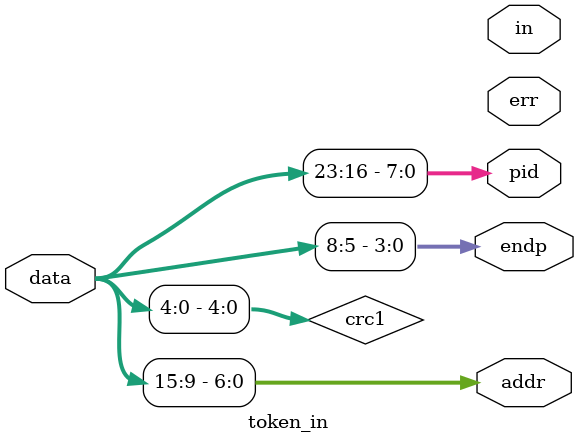
<source format=v>
/* Generated by Yosys 0.7 (git sha1 61f6811, gcc 5.4.0-6ubuntu1~16.04.4 -O2 -fstack-protector-strong -fPIC -Os) */

(* src = "CRC16_D64.v:19" *)
module CRC16_D64(nextCRC16_D64, Data, crc);
  (* src = "CRC16_D64.v:37" *)
  wire _000_;
  (* src = "CRC16_D64.v:37" *)
  wire _001_;
  (* src = "CRC16_D64.v:37" *)
  wire _002_;
  (* src = "CRC16_D64.v:37" *)
  wire _003_;
  (* src = "CRC16_D64.v:37" *)
  wire _004_;
  (* src = "CRC16_D64.v:37" *)
  wire _005_;
  (* src = "CRC16_D64.v:37" *)
  wire _006_;
  (* src = "CRC16_D64.v:37" *)
  wire _007_;
  (* src = "CRC16_D64.v:37" *)
  wire _008_;
  (* src = "CRC16_D64.v:37" *)
  wire _009_;
  (* src = "CRC16_D64.v:37" *)
  wire _010_;
  (* src = "CRC16_D64.v:37" *)
  wire _011_;
  (* src = "CRC16_D64.v:37" *)
  wire _012_;
  (* src = "CRC16_D64.v:37" *)
  wire _013_;
  (* src = "CRC16_D64.v:37" *)
  wire _014_;
  (* src = "CRC16_D64.v:37" *)
  wire _015_;
  (* src = "CRC16_D64.v:37" *)
  wire _016_;
  (* src = "CRC16_D64.v:37" *)
  wire _017_;
  (* src = "CRC16_D64.v:37" *)
  wire _018_;
  (* src = "CRC16_D64.v:37" *)
  wire _019_;
  (* src = "CRC16_D64.v:37" *)
  wire _020_;
  (* src = "CRC16_D64.v:37" *)
  wire _021_;
  (* src = "CRC16_D64.v:37" *)
  wire _022_;
  (* src = "CRC16_D64.v:37" *)
  wire _023_;
  (* src = "CRC16_D64.v:37" *)
  wire _024_;
  (* src = "CRC16_D64.v:37" *)
  wire _025_;
  (* src = "CRC16_D64.v:37" *)
  wire _026_;
  (* src = "CRC16_D64.v:37" *)
  wire _027_;
  (* src = "CRC16_D64.v:37" *)
  wire _028_;
  (* src = "CRC16_D64.v:37" *)
  wire _029_;
  (* src = "CRC16_D64.v:37" *)
  wire _030_;
  (* src = "CRC16_D64.v:37" *)
  wire _031_;
  (* src = "CRC16_D64.v:37" *)
  wire _032_;
  (* src = "CRC16_D64.v:37" *)
  wire _033_;
  (* src = "CRC16_D64.v:37" *)
  wire _034_;
  (* src = "CRC16_D64.v:37" *)
  wire _035_;
  (* src = "CRC16_D64.v:37" *)
  wire _036_;
  (* src = "CRC16_D64.v:37" *)
  wire _037_;
  (* src = "CRC16_D64.v:37" *)
  wire _038_;
  (* src = "CRC16_D64.v:37" *)
  wire _039_;
  (* src = "CRC16_D64.v:37" *)
  wire _040_;
  (* src = "CRC16_D64.v:37" *)
  wire _041_;
  (* src = "CRC16_D64.v:37" *)
  wire _042_;
  (* src = "CRC16_D64.v:37" *)
  wire _043_;
  (* src = "CRC16_D64.v:37" *)
  wire _044_;
  (* src = "CRC16_D64.v:37" *)
  wire _045_;
  (* src = "CRC16_D64.v:37" *)
  wire _046_;
  (* src = "CRC16_D64.v:37" *)
  wire _047_;
  (* src = "CRC16_D64.v:37" *)
  wire _048_;
  (* src = "CRC16_D64.v:37" *)
  wire _049_;
  (* src = "CRC16_D64.v:37" *)
  wire _050_;
  (* src = "CRC16_D64.v:37" *)
  wire _051_;
  (* src = "CRC16_D64.v:37" *)
  wire _052_;
  (* src = "CRC16_D64.v:37" *)
  wire _053_;
  (* src = "CRC16_D64.v:37" *)
  wire _054_;
  (* src = "CRC16_D64.v:37" *)
  wire _055_;
  (* src = "CRC16_D64.v:37" *)
  wire _056_;
  (* src = "CRC16_D64.v:37" *)
  wire _057_;
  (* src = "CRC16_D64.v:37" *)
  wire _058_;
  (* src = "CRC16_D64.v:37" *)
  wire _059_;
  (* src = "CRC16_D64.v:37" *)
  wire _060_;
  (* src = "CRC16_D64.v:37" *)
  wire _061_;
  (* src = "CRC16_D64.v:37" *)
  wire _062_;
  (* src = "CRC16_D64.v:37" *)
  wire _063_;
  (* src = "CRC16_D64.v:37" *)
  wire _064_;
  (* src = "CRC16_D64.v:38" *)
  wire _065_;
  (* src = "CRC16_D64.v:38" *)
  wire _066_;
  (* src = "CRC16_D64.v:38" *)
  wire _067_;
  (* src = "CRC16_D64.v:38" *)
  wire _068_;
  (* src = "CRC16_D64.v:38" *)
  wire _069_;
  (* src = "CRC16_D64.v:38" *)
  wire _070_;
  (* src = "CRC16_D64.v:38" *)
  wire _071_;
  (* src = "CRC16_D64.v:38" *)
  wire _072_;
  (* src = "CRC16_D64.v:38" *)
  wire _073_;
  (* src = "CRC16_D64.v:38" *)
  wire _074_;
  (* src = "CRC16_D64.v:38" *)
  wire _075_;
  (* src = "CRC16_D64.v:38" *)
  wire _076_;
  (* src = "CRC16_D64.v:38" *)
  wire _077_;
  (* src = "CRC16_D64.v:38" *)
  wire _078_;
  (* src = "CRC16_D64.v:38" *)
  wire _079_;
  (* src = "CRC16_D64.v:38" *)
  wire _080_;
  (* src = "CRC16_D64.v:38" *)
  wire _081_;
  (* src = "CRC16_D64.v:38" *)
  wire _082_;
  (* src = "CRC16_D64.v:38" *)
  wire _083_;
  (* src = "CRC16_D64.v:38" *)
  wire _084_;
  (* src = "CRC16_D64.v:38" *)
  wire _085_;
  (* src = "CRC16_D64.v:38" *)
  wire _086_;
  (* src = "CRC16_D64.v:38" *)
  wire _087_;
  (* src = "CRC16_D64.v:38" *)
  wire _088_;
  (* src = "CRC16_D64.v:38" *)
  wire _089_;
  (* src = "CRC16_D64.v:38" *)
  wire _090_;
  (* src = "CRC16_D64.v:38" *)
  wire _091_;
  (* src = "CRC16_D64.v:38" *)
  wire _092_;
  (* src = "CRC16_D64.v:38" *)
  wire _093_;
  (* src = "CRC16_D64.v:38" *)
  wire _094_;
  (* src = "CRC16_D64.v:38" *)
  wire _095_;
  (* src = "CRC16_D64.v:38" *)
  wire _096_;
  (* src = "CRC16_D64.v:38" *)
  wire _097_;
  (* src = "CRC16_D64.v:38" *)
  wire _098_;
  (* src = "CRC16_D64.v:38" *)
  wire _099_;
  (* src = "CRC16_D64.v:38" *)
  wire _100_;
  (* src = "CRC16_D64.v:38" *)
  wire _101_;
  (* src = "CRC16_D64.v:38" *)
  wire _102_;
  (* src = "CRC16_D64.v:38" *)
  wire _103_;
  (* src = "CRC16_D64.v:38" *)
  wire _104_;
  (* src = "CRC16_D64.v:38" *)
  wire _105_;
  (* src = "CRC16_D64.v:38" *)
  wire _106_;
  (* src = "CRC16_D64.v:38" *)
  wire _107_;
  (* src = "CRC16_D64.v:38" *)
  wire _108_;
  (* src = "CRC16_D64.v:38" *)
  wire _109_;
  (* src = "CRC16_D64.v:38" *)
  wire _110_;
  (* src = "CRC16_D64.v:38" *)
  wire _111_;
  (* src = "CRC16_D64.v:38" *)
  wire _112_;
  (* src = "CRC16_D64.v:38" *)
  wire _113_;
  (* src = "CRC16_D64.v:38" *)
  wire _114_;
  (* src = "CRC16_D64.v:38" *)
  wire _115_;
  (* src = "CRC16_D64.v:38" *)
  wire _116_;
  (* src = "CRC16_D64.v:38" *)
  wire _117_;
  (* src = "CRC16_D64.v:38" *)
  wire _118_;
  (* src = "CRC16_D64.v:38" *)
  wire _119_;
  (* src = "CRC16_D64.v:38" *)
  wire _120_;
  (* src = "CRC16_D64.v:38" *)
  wire _121_;
  (* src = "CRC16_D64.v:38" *)
  wire _122_;
  (* src = "CRC16_D64.v:38" *)
  wire _123_;
  (* src = "CRC16_D64.v:38" *)
  wire _124_;
  (* src = "CRC16_D64.v:38" *)
  wire _125_;
  (* src = "CRC16_D64.v:38" *)
  wire _126_;
  (* src = "CRC16_D64.v:39" *)
  wire _127_;
  (* src = "CRC16_D64.v:39" *)
  wire _128_;
  (* src = "CRC16_D64.v:39" *)
  wire _129_;
  (* src = "CRC16_D64.v:39" *)
  wire _130_;
  (* src = "CRC16_D64.v:39" *)
  wire _131_;
  (* src = "CRC16_D64.v:39" *)
  wire _132_;
  (* src = "CRC16_D64.v:39" *)
  wire _133_;
  (* src = "CRC16_D64.v:39" *)
  wire _134_;
  (* src = "CRC16_D64.v:39" *)
  wire _135_;
  (* src = "CRC16_D64.v:39" *)
  wire _136_;
  (* src = "CRC16_D64.v:39" *)
  wire _137_;
  (* src = "CRC16_D64.v:39" *)
  wire _138_;
  (* src = "CRC16_D64.v:39" *)
  wire _139_;
  (* src = "CRC16_D64.v:39" *)
  wire _140_;
  (* src = "CRC16_D64.v:39" *)
  wire _141_;
  (* src = "CRC16_D64.v:39" *)
  wire _142_;
  (* src = "CRC16_D64.v:40" *)
  wire _143_;
  (* src = "CRC16_D64.v:40" *)
  wire _144_;
  (* src = "CRC16_D64.v:40" *)
  wire _145_;
  (* src = "CRC16_D64.v:40" *)
  wire _146_;
  (* src = "CRC16_D64.v:40" *)
  wire _147_;
  (* src = "CRC16_D64.v:40" *)
  wire _148_;
  (* src = "CRC16_D64.v:40" *)
  wire _149_;
  (* src = "CRC16_D64.v:40" *)
  wire _150_;
  (* src = "CRC16_D64.v:40" *)
  wire _151_;
  (* src = "CRC16_D64.v:40" *)
  wire _152_;
  (* src = "CRC16_D64.v:40" *)
  wire _153_;
  (* src = "CRC16_D64.v:40" *)
  wire _154_;
  (* src = "CRC16_D64.v:40" *)
  wire _155_;
  (* src = "CRC16_D64.v:40" *)
  wire _156_;
  (* src = "CRC16_D64.v:40" *)
  wire _157_;
  (* src = "CRC16_D64.v:40" *)
  wire _158_;
  (* src = "CRC16_D64.v:41" *)
  wire _159_;
  (* src = "CRC16_D64.v:41" *)
  wire _160_;
  (* src = "CRC16_D64.v:41" *)
  wire _161_;
  (* src = "CRC16_D64.v:41" *)
  wire _162_;
  (* src = "CRC16_D64.v:41" *)
  wire _163_;
  (* src = "CRC16_D64.v:41" *)
  wire _164_;
  (* src = "CRC16_D64.v:41" *)
  wire _165_;
  (* src = "CRC16_D64.v:41" *)
  wire _166_;
  (* src = "CRC16_D64.v:41" *)
  wire _167_;
  (* src = "CRC16_D64.v:41" *)
  wire _168_;
  (* src = "CRC16_D64.v:41" *)
  wire _169_;
  (* src = "CRC16_D64.v:41" *)
  wire _170_;
  (* src = "CRC16_D64.v:41" *)
  wire _171_;
  (* src = "CRC16_D64.v:41" *)
  wire _172_;
  (* src = "CRC16_D64.v:41" *)
  wire _173_;
  (* src = "CRC16_D64.v:41" *)
  wire _174_;
  (* src = "CRC16_D64.v:42" *)
  wire _175_;
  (* src = "CRC16_D64.v:42" *)
  wire _176_;
  (* src = "CRC16_D64.v:42" *)
  wire _177_;
  (* src = "CRC16_D64.v:42" *)
  wire _178_;
  (* src = "CRC16_D64.v:42" *)
  wire _179_;
  (* src = "CRC16_D64.v:42" *)
  wire _180_;
  (* src = "CRC16_D64.v:42" *)
  wire _181_;
  (* src = "CRC16_D64.v:42" *)
  wire _182_;
  (* src = "CRC16_D64.v:42" *)
  wire _183_;
  (* src = "CRC16_D64.v:42" *)
  wire _184_;
  (* src = "CRC16_D64.v:42" *)
  wire _185_;
  (* src = "CRC16_D64.v:42" *)
  wire _186_;
  (* src = "CRC16_D64.v:42" *)
  wire _187_;
  (* src = "CRC16_D64.v:42" *)
  wire _188_;
  (* src = "CRC16_D64.v:42" *)
  wire _189_;
  (* src = "CRC16_D64.v:43" *)
  wire _190_;
  (* src = "CRC16_D64.v:43" *)
  wire _191_;
  (* src = "CRC16_D64.v:43" *)
  wire _192_;
  (* src = "CRC16_D64.v:43" *)
  wire _193_;
  (* src = "CRC16_D64.v:43" *)
  wire _194_;
  (* src = "CRC16_D64.v:43" *)
  wire _195_;
  (* src = "CRC16_D64.v:43" *)
  wire _196_;
  (* src = "CRC16_D64.v:43" *)
  wire _197_;
  (* src = "CRC16_D64.v:43" *)
  wire _198_;
  (* src = "CRC16_D64.v:43" *)
  wire _199_;
  (* src = "CRC16_D64.v:43" *)
  wire _200_;
  (* src = "CRC16_D64.v:43" *)
  wire _201_;
  (* src = "CRC16_D64.v:44" *)
  wire _202_;
  (* src = "CRC16_D64.v:44" *)
  wire _203_;
  (* src = "CRC16_D64.v:44" *)
  wire _204_;
  (* src = "CRC16_D64.v:44" *)
  wire _205_;
  (* src = "CRC16_D64.v:44" *)
  wire _206_;
  (* src = "CRC16_D64.v:44" *)
  wire _207_;
  (* src = "CRC16_D64.v:44" *)
  wire _208_;
  (* src = "CRC16_D64.v:44" *)
  wire _209_;
  (* src = "CRC16_D64.v:44" *)
  wire _210_;
  (* src = "CRC16_D64.v:44" *)
  wire _211_;
  (* src = "CRC16_D64.v:44" *)
  wire _212_;
  (* src = "CRC16_D64.v:44" *)
  wire _213_;
  (* src = "CRC16_D64.v:45" *)
  wire _214_;
  (* src = "CRC16_D64.v:45" *)
  wire _215_;
  (* src = "CRC16_D64.v:45" *)
  wire _216_;
  (* src = "CRC16_D64.v:45" *)
  wire _217_;
  (* src = "CRC16_D64.v:45" *)
  wire _218_;
  (* src = "CRC16_D64.v:45" *)
  wire _219_;
  (* src = "CRC16_D64.v:45" *)
  wire _220_;
  (* src = "CRC16_D64.v:45" *)
  wire _221_;
  (* src = "CRC16_D64.v:45" *)
  wire _222_;
  (* src = "CRC16_D64.v:45" *)
  wire _223_;
  (* src = "CRC16_D64.v:45" *)
  wire _224_;
  (* src = "CRC16_D64.v:45" *)
  wire _225_;
  (* src = "CRC16_D64.v:45" *)
  wire _226_;
  (* src = "CRC16_D64.v:46" *)
  wire _227_;
  (* src = "CRC16_D64.v:46" *)
  wire _228_;
  (* src = "CRC16_D64.v:46" *)
  wire _229_;
  (* src = "CRC16_D64.v:46" *)
  wire _230_;
  (* src = "CRC16_D64.v:46" *)
  wire _231_;
  (* src = "CRC16_D64.v:46" *)
  wire _232_;
  (* src = "CRC16_D64.v:46" *)
  wire _233_;
  (* src = "CRC16_D64.v:46" *)
  wire _234_;
  (* src = "CRC16_D64.v:46" *)
  wire _235_;
  (* src = "CRC16_D64.v:46" *)
  wire _236_;
  (* src = "CRC16_D64.v:46" *)
  wire _237_;
  (* src = "CRC16_D64.v:46" *)
  wire _238_;
  (* src = "CRC16_D64.v:47" *)
  wire _239_;
  (* src = "CRC16_D64.v:47" *)
  wire _240_;
  (* src = "CRC16_D64.v:47" *)
  wire _241_;
  (* src = "CRC16_D64.v:47" *)
  wire _242_;
  (* src = "CRC16_D64.v:47" *)
  wire _243_;
  (* src = "CRC16_D64.v:47" *)
  wire _244_;
  (* src = "CRC16_D64.v:47" *)
  wire _245_;
  (* src = "CRC16_D64.v:47" *)
  wire _246_;
  (* src = "CRC16_D64.v:47" *)
  wire _247_;
  (* src = "CRC16_D64.v:47" *)
  wire _248_;
  (* src = "CRC16_D64.v:48" *)
  wire _249_;
  (* src = "CRC16_D64.v:48" *)
  wire _250_;
  (* src = "CRC16_D64.v:48" *)
  wire _251_;
  (* src = "CRC16_D64.v:48" *)
  wire _252_;
  (* src = "CRC16_D64.v:48" *)
  wire _253_;
  (* src = "CRC16_D64.v:48" *)
  wire _254_;
  (* src = "CRC16_D64.v:48" *)
  wire _255_;
  (* src = "CRC16_D64.v:48" *)
  wire _256_;
  (* src = "CRC16_D64.v:48" *)
  wire _257_;
  (* src = "CRC16_D64.v:48" *)
  wire _258_;
  (* src = "CRC16_D64.v:49" *)
  wire _259_;
  (* src = "CRC16_D64.v:49" *)
  wire _260_;
  (* src = "CRC16_D64.v:49" *)
  wire _261_;
  (* src = "CRC16_D64.v:49" *)
  wire _262_;
  (* src = "CRC16_D64.v:49" *)
  wire _263_;
  (* src = "CRC16_D64.v:49" *)
  wire _264_;
  (* src = "CRC16_D64.v:49" *)
  wire _265_;
  (* src = "CRC16_D64.v:49" *)
  wire _266_;
  (* src = "CRC16_D64.v:49" *)
  wire _267_;
  (* src = "CRC16_D64.v:49" *)
  wire _268_;
  (* src = "CRC16_D64.v:50" *)
  wire _269_;
  (* src = "CRC16_D64.v:50" *)
  wire _270_;
  (* src = "CRC16_D64.v:50" *)
  wire _271_;
  (* src = "CRC16_D64.v:50" *)
  wire _272_;
  (* src = "CRC16_D64.v:50" *)
  wire _273_;
  (* src = "CRC16_D64.v:50" *)
  wire _274_;
  (* src = "CRC16_D64.v:50" *)
  wire _275_;
  (* src = "CRC16_D64.v:50" *)
  wire _276_;
  (* src = "CRC16_D64.v:50" *)
  wire _277_;
  (* src = "CRC16_D64.v:50" *)
  wire _278_;
  (* src = "CRC16_D64.v:51" *)
  wire _279_;
  (* src = "CRC16_D64.v:51" *)
  wire _280_;
  (* src = "CRC16_D64.v:51" *)
  wire _281_;
  (* src = "CRC16_D64.v:51" *)
  wire _282_;
  (* src = "CRC16_D64.v:51" *)
  wire _283_;
  (* src = "CRC16_D64.v:51" *)
  wire _284_;
  (* src = "CRC16_D64.v:51" *)
  wire _285_;
  (* src = "CRC16_D64.v:51" *)
  wire _286_;
  (* src = "CRC16_D64.v:51" *)
  wire _287_;
  (* src = "CRC16_D64.v:51" *)
  wire _288_;
  (* src = "CRC16_D64.v:52" *)
  wire _289_;
  (* src = "CRC16_D64.v:52" *)
  wire _290_;
  (* src = "CRC16_D64.v:52" *)
  wire _291_;
  (* src = "CRC16_D64.v:52" *)
  wire _292_;
  (* src = "CRC16_D64.v:52" *)
  wire _293_;
  (* src = "CRC16_D64.v:52" *)
  wire _294_;
  (* src = "CRC16_D64.v:52" *)
  wire _295_;
  (* src = "CRC16_D64.v:52" *)
  wire _296_;
  (* src = "CRC16_D64.v:52" *)
  wire _297_;
  (* src = "CRC16_D64.v:52" *)
  wire _298_;
  (* src = "CRC16_D64.v:52" *)
  wire _299_;
  (* src = "CRC16_D64.v:52" *)
  wire _300_;
  (* src = "CRC16_D64.v:52" *)
  wire _301_;
  (* src = "CRC16_D64.v:52" *)
  wire _302_;
  (* src = "CRC16_D64.v:52" *)
  wire _303_;
  (* src = "CRC16_D64.v:52" *)
  wire _304_;
  (* src = "CRC16_D64.v:52" *)
  wire _305_;
  (* src = "CRC16_D64.v:52" *)
  wire _306_;
  (* src = "CRC16_D64.v:52" *)
  wire _307_;
  (* src = "CRC16_D64.v:52" *)
  wire _308_;
  (* src = "CRC16_D64.v:52" *)
  wire _309_;
  (* src = "CRC16_D64.v:52" *)
  wire _310_;
  (* src = "CRC16_D64.v:52" *)
  wire _311_;
  (* src = "CRC16_D64.v:52" *)
  wire _312_;
  (* src = "CRC16_D64.v:52" *)
  wire _313_;
  (* src = "CRC16_D64.v:52" *)
  wire _314_;
  (* src = "CRC16_D64.v:52" *)
  wire _315_;
  (* src = "CRC16_D64.v:52" *)
  wire _316_;
  (* src = "CRC16_D64.v:52" *)
  wire _317_;
  (* src = "CRC16_D64.v:52" *)
  wire _318_;
  (* src = "CRC16_D64.v:52" *)
  wire _319_;
  (* src = "CRC16_D64.v:52" *)
  wire _320_;
  (* src = "CRC16_D64.v:52" *)
  wire _321_;
  (* src = "CRC16_D64.v:52" *)
  wire _322_;
  (* src = "CRC16_D64.v:52" *)
  wire _323_;
  (* src = "CRC16_D64.v:52" *)
  wire _324_;
  (* src = "CRC16_D64.v:52" *)
  wire _325_;
  (* src = "CRC16_D64.v:52" *)
  wire _326_;
  (* src = "CRC16_D64.v:52" *)
  wire _327_;
  (* src = "CRC16_D64.v:52" *)
  wire _328_;
  (* src = "CRC16_D64.v:52" *)
  wire _329_;
  (* src = "CRC16_D64.v:52" *)
  wire _330_;
  (* src = "CRC16_D64.v:52" *)
  wire _331_;
  (* src = "CRC16_D64.v:52" *)
  wire _332_;
  (* src = "CRC16_D64.v:52" *)
  wire _333_;
  (* src = "CRC16_D64.v:52" *)
  wire _334_;
  (* src = "CRC16_D64.v:52" *)
  wire _335_;
  (* src = "CRC16_D64.v:52" *)
  wire _336_;
  (* src = "CRC16_D64.v:52" *)
  wire _337_;
  (* src = "CRC16_D64.v:52" *)
  wire _338_;
  (* src = "CRC16_D64.v:52" *)
  wire _339_;
  (* src = "CRC16_D64.v:52" *)
  wire _340_;
  (* src = "CRC16_D64.v:52" *)
  wire _341_;
  (* src = "CRC16_D64.v:52" *)
  wire _342_;
  (* src = "CRC16_D64.v:52" *)
  wire _343_;
  (* src = "CRC16_D64.v:52" *)
  wire _344_;
  (* src = "CRC16_D64.v:52" *)
  wire _345_;
  (* src = "CRC16_D64.v:52" *)
  wire _346_;
  (* src = "CRC16_D64.v:52" *)
  wire _347_;
  (* src = "CRC16_D64.v:52" *)
  wire _348_;
  (* src = "CRC16_D64.v:52" *)
  wire _349_;
  (* src = "CRC16_D64.v:52" *)
  wire _350_;
  (* src = "CRC16_D64.v:27" *)
  input [63:0] Data;
  (* src = "CRC16_D64.v:30" *)
  wire [15:0] c;
  (* src = "CRC16_D64.v:28" *)
  input [15:0] crc;
  (* src = "CRC16_D64.v:29" *)
  wire [63:0] d;
  (* src = "CRC16_D64.v:31" *)
  wire [15:0] newcrc;
  (* src = "CRC16_D64.v:25" *)
  output [15:0] nextCRC16_D64;
  assign _244_ = _243_ ^(* src = "CRC16_D64.v:47" *)  Data[24];
  assign _245_ = _244_ ^(* src = "CRC16_D64.v:47" *)  Data[22];
  assign _246_ = _245_ ^(* src = "CRC16_D64.v:47" *)  Data[9];
  assign _247_ = _246_ ^(* src = "CRC16_D64.v:47" *)  Data[8];
  assign _248_ = _247_ ^(* src = "CRC16_D64.v:47" *)  crc[2];
  assign nextCRC16_D64[10] = _248_ ^(* src = "CRC16_D64.v:47" *)  crc[6];
  assign _249_ = Data[55] ^(* src = "CRC16_D64.v:48" *)  Data[51];
  assign _250_ = _249_ ^(* src = "CRC16_D64.v:48" *)  Data[40];
  assign _251_ = _250_ ^(* src = "CRC16_D64.v:48" *)  Data[39];
  assign _252_ = _251_ ^(* src = "CRC16_D64.v:48" *)  Data[38];
  assign _253_ = _252_ ^(* src = "CRC16_D64.v:48" *)  Data[37];
  assign _254_ = _253_ ^(* src = "CRC16_D64.v:48" *)  Data[25];
  assign _255_ = _254_ ^(* src = "CRC16_D64.v:48" *)  Data[23];
  assign _256_ = _255_ ^(* src = "CRC16_D64.v:48" *)  Data[10];
  assign _257_ = _256_ ^(* src = "CRC16_D64.v:48" *)  Data[9];
  assign _258_ = _257_ ^(* src = "CRC16_D64.v:48" *)  crc[3];
  assign nextCRC16_D64[11] = _258_ ^(* src = "CRC16_D64.v:48" *)  crc[7];
  assign _259_ = Data[56] ^(* src = "CRC16_D64.v:49" *)  Data[52];
  assign _260_ = _259_ ^(* src = "CRC16_D64.v:49" *)  Data[41];
  assign _261_ = _260_ ^(* src = "CRC16_D64.v:49" *)  Data[40];
  assign _262_ = _261_ ^(* src = "CRC16_D64.v:49" *)  Data[39];
  assign _263_ = _262_ ^(* src = "CRC16_D64.v:49" *)  Data[38];
  assign _264_ = _263_ ^(* src = "CRC16_D64.v:49" *)  Data[26];
  assign _265_ = _264_ ^(* src = "CRC16_D64.v:49" *)  Data[24];
  assign _266_ = _265_ ^(* src = "CRC16_D64.v:49" *)  Data[11];
  assign _267_ = _266_ ^(* src = "CRC16_D64.v:49" *)  Data[10];
  assign _268_ = _267_ ^(* src = "CRC16_D64.v:49" *)  crc[4];
  assign nextCRC16_D64[12] = _268_ ^(* src = "CRC16_D64.v:49" *)  crc[8];
  assign _269_ = Data[57] ^(* src = "CRC16_D64.v:50" *)  Data[53];
  assign _270_ = _269_ ^(* src = "CRC16_D64.v:50" *)  Data[42];
  assign _271_ = _270_ ^(* src = "CRC16_D64.v:50" *)  Data[41];
  assign _272_ = _271_ ^(* src = "CRC16_D64.v:50" *)  Data[40];
  assign _273_ = _272_ ^(* src = "CRC16_D64.v:50" *)  Data[39];
  assign _274_ = _273_ ^(* src = "CRC16_D64.v:50" *)  Data[27];
  assign _275_ = _274_ ^(* src = "CRC16_D64.v:50" *)  Data[25];
  assign _276_ = _275_ ^(* src = "CRC16_D64.v:50" *)  Data[12];
  assign _277_ = _276_ ^(* src = "CRC16_D64.v:50" *)  Data[11];
  assign _278_ = _277_ ^(* src = "CRC16_D64.v:50" *)  crc[5];
  assign nextCRC16_D64[13] = _278_ ^(* src = "CRC16_D64.v:50" *)  crc[9];
  assign _279_ = Data[58] ^(* src = "CRC16_D64.v:51" *)  Data[54];
  assign _280_ = _279_ ^(* src = "CRC16_D64.v:51" *)  Data[43];
  assign _281_ = _280_ ^(* src = "CRC16_D64.v:51" *)  Data[42];
  assign _282_ = _281_ ^(* src = "CRC16_D64.v:51" *)  Data[41];
  assign _283_ = _282_ ^(* src = "CRC16_D64.v:51" *)  Data[40];
  assign _284_ = _283_ ^(* src = "CRC16_D64.v:51" *)  Data[28];
  assign _285_ = _284_ ^(* src = "CRC16_D64.v:51" *)  Data[26];
  assign _286_ = _285_ ^(* src = "CRC16_D64.v:51" *)  Data[13];
  assign _287_ = _286_ ^(* src = "CRC16_D64.v:51" *)  Data[12];
  assign _288_ = _287_ ^(* src = "CRC16_D64.v:51" *)  crc[6];
  assign nextCRC16_D64[14] = _288_ ^(* src = "CRC16_D64.v:51" *)  crc[10];
  assign _289_ = _018_ ^(* src = "CRC16_D64.v:52" *)  Data[59];
  assign _290_ = _289_ ^(* src = "CRC16_D64.v:52" *)  Data[54];
  assign _291_ = _290_ ^(* src = "CRC16_D64.v:52" *)  Data[53];
  assign _292_ = _291_ ^(* src = "CRC16_D64.v:52" *)  Data[52];
  assign _293_ = _292_ ^(* src = "CRC16_D64.v:52" *)  Data[51];
  assign _294_ = _293_ ^(* src = "CRC16_D64.v:52" *)  Data[50];
  assign _295_ = _294_ ^(* src = "CRC16_D64.v:52" *)  Data[49];
  assign _296_ = _295_ ^(* src = "CRC16_D64.v:52" *)  Data[48];
  assign _297_ = _296_ ^(* src = "CRC16_D64.v:52" *)  Data[47];
  assign _298_ = _297_ ^(* src = "CRC16_D64.v:52" *)  Data[46];
  assign _299_ = _298_ ^(* src = "CRC16_D64.v:52" *)  Data[45];
  assign _300_ = _299_ ^(* src = "CRC16_D64.v:52" *)  Data[44];
  assign _301_ = _300_ ^(* src = "CRC16_D64.v:52" *)  Data[42];
  assign _302_ = _301_ ^(* src = "CRC16_D64.v:52" *)  Data[40];
  assign _303_ = _302_ ^(* src = "CRC16_D64.v:52" *)  Data[39];
  assign _304_ = _303_ ^(* src = "CRC16_D64.v:52" *)  Data[38];
  assign _305_ = _304_ ^(* src = "CRC16_D64.v:52" *)  Data[37];
  assign _306_ = _305_ ^(* src = "CRC16_D64.v:52" *)  Data[36];
  assign _307_ = _306_ ^(* src = "CRC16_D64.v:52" *)  Data[35];
  assign _308_ = _307_ ^(* src = "CRC16_D64.v:52" *)  Data[34];
  assign _309_ = _308_ ^(* src = "CRC16_D64.v:52" *)  Data[33];
  assign _310_ = _309_ ^(* src = "CRC16_D64.v:52" *)  Data[32];
  assign _311_ = _310_ ^(* src = "CRC16_D64.v:52" *)  Data[31];
  assign _312_ = _311_ ^(* src = "CRC16_D64.v:52" *)  Data[30];
  assign _313_ = _312_ ^(* src = "CRC16_D64.v:52" *)  Data[29];
  assign _314_ = _313_ ^(* src = "CRC16_D64.v:52" *)  Data[26];
  assign _315_ = _314_ ^(* src = "CRC16_D64.v:52" *)  Data[25];
  assign _316_ = _315_ ^(* src = "CRC16_D64.v:52" *)  Data[24];
  assign _317_ = _316_ ^(* src = "CRC16_D64.v:52" *)  Data[23];
  assign _318_ = _317_ ^(* src = "CRC16_D64.v:52" *)  Data[22];
  assign _319_ = _318_ ^(* src = "CRC16_D64.v:52" *)  Data[21];
  assign _320_ = _319_ ^(* src = "CRC16_D64.v:52" *)  Data[20];
  assign _321_ = _320_ ^(* src = "CRC16_D64.v:52" *)  Data[19];
  assign _322_ = _321_ ^(* src = "CRC16_D64.v:52" *)  Data[18];
  assign _323_ = _322_ ^(* src = "CRC16_D64.v:52" *)  Data[17];
  assign _324_ = _323_ ^(* src = "CRC16_D64.v:52" *)  Data[16];
  assign _325_ = _324_ ^(* src = "CRC16_D64.v:52" *)  Data[15];
  assign _326_ = _325_ ^(* src = "CRC16_D64.v:52" *)  Data[14];
  assign _327_ = _326_ ^(* src = "CRC16_D64.v:52" *)  Data[12];
  assign _328_ = _327_ ^(* src = "CRC16_D64.v:52" *)  Data[11];
  assign _329_ = _328_ ^(* src = "CRC16_D64.v:52" *)  Data[10];
  assign _330_ = _329_ ^(* src = "CRC16_D64.v:52" *)  Data[9];
  assign _331_ = _330_ ^(* src = "CRC16_D64.v:52" *)  Data[8];
  assign _332_ = _331_ ^(* src = "CRC16_D64.v:52" *)  Data[7];
  assign _333_ = _332_ ^(* src = "CRC16_D64.v:52" *)  Data[6];
  assign _334_ = _333_ ^(* src = "CRC16_D64.v:52" *)  Data[5];
  assign _335_ = _334_ ^(* src = "CRC16_D64.v:52" *)  Data[4];
  assign _336_ = _335_ ^(* src = "CRC16_D64.v:52" *)  Data[3];
  assign _337_ = _336_ ^(* src = "CRC16_D64.v:52" *)  Data[2];
  assign _338_ = _337_ ^(* src = "CRC16_D64.v:52" *)  Data[1];
  assign _339_ = _338_ ^(* src = "CRC16_D64.v:52" *)  Data[0];
  assign _340_ = _339_ ^(* src = "CRC16_D64.v:52" *)  crc[0];
  assign _341_ = _340_ ^(* src = "CRC16_D64.v:52" *)  crc[1];
  assign _342_ = _341_ ^(* src = "CRC16_D64.v:52" *)  crc[2];
  assign _343_ = _342_ ^(* src = "CRC16_D64.v:52" *)  crc[3];
  assign _344_ = _343_ ^(* src = "CRC16_D64.v:52" *)  crc[4];
  assign _345_ = _344_ ^(* src = "CRC16_D64.v:52" *)  crc[5];
  assign _346_ = _345_ ^(* src = "CRC16_D64.v:52" *)  crc[6];
  assign _347_ = _346_ ^(* src = "CRC16_D64.v:52" *)  crc[11];
  assign _348_ = _347_ ^(* src = "CRC16_D64.v:52" *)  crc[12];
  assign _349_ = _348_ ^(* src = "CRC16_D64.v:52" *)  crc[13];
  assign _350_ = _349_ ^(* src = "CRC16_D64.v:52" *)  crc[14];
  assign nextCRC16_D64[15] = _350_ ^(* src = "CRC16_D64.v:52" *)  crc[15];
  assign _016_ = Data[63] ^(* src = "CRC16_D64.v:37" *)  Data[62];
  assign _017_ = _016_ ^(* src = "CRC16_D64.v:37" *)  Data[61];
  assign _018_ = _017_ ^(* src = "CRC16_D64.v:37" *)  Data[60];
  assign _019_ = _018_ ^(* src = "CRC16_D64.v:37" *)  Data[55];
  assign _020_ = _019_ ^(* src = "CRC16_D64.v:37" *)  Data[54];
  assign _021_ = _020_ ^(* src = "CRC16_D64.v:37" *)  Data[53];
  assign _022_ = _021_ ^(* src = "CRC16_D64.v:37" *)  Data[52];
  assign _023_ = _022_ ^(* src = "CRC16_D64.v:37" *)  Data[51];
  assign _024_ = _023_ ^(* src = "CRC16_D64.v:37" *)  Data[50];
  assign _025_ = _024_ ^(* src = "CRC16_D64.v:37" *)  Data[49];
  assign _026_ = _025_ ^(* src = "CRC16_D64.v:37" *)  Data[48];
  assign _027_ = _026_ ^(* src = "CRC16_D64.v:37" *)  Data[47];
  assign _028_ = _027_ ^(* src = "CRC16_D64.v:37" *)  Data[46];
  assign _029_ = _028_ ^(* src = "CRC16_D64.v:37" *)  Data[45];
  assign _030_ = _029_ ^(* src = "CRC16_D64.v:37" *)  Data[43];
  assign _031_ = _030_ ^(* src = "CRC16_D64.v:37" *)  Data[41];
  assign _032_ = _031_ ^(* src = "CRC16_D64.v:37" *)  Data[40];
  assign _033_ = _032_ ^(* src = "CRC16_D64.v:37" *)  Data[39];
  assign _034_ = _033_ ^(* src = "CRC16_D64.v:37" *)  Data[38];
  assign _035_ = _034_ ^(* src = "CRC16_D64.v:37" *)  Data[37];
  assign _036_ = _035_ ^(* src = "CRC16_D64.v:37" *)  Data[36];
  assign _037_ = _036_ ^(* src = "CRC16_D64.v:37" *)  Data[35];
  assign _038_ = _037_ ^(* src = "CRC16_D64.v:37" *)  Data[34];
  assign _039_ = _038_ ^(* src = "CRC16_D64.v:37" *)  Data[33];
  assign _040_ = _039_ ^(* src = "CRC16_D64.v:37" *)  Data[32];
  assign _041_ = _040_ ^(* src = "CRC16_D64.v:37" *)  Data[31];
  assign _042_ = _041_ ^(* src = "CRC16_D64.v:37" *)  Data[30];
  assign _043_ = _042_ ^(* src = "CRC16_D64.v:37" *)  Data[27];
  assign _044_ = _043_ ^(* src = "CRC16_D64.v:37" *)  Data[26];
  assign _045_ = _044_ ^(* src = "CRC16_D64.v:37" *)  Data[25];
  assign _046_ = _045_ ^(* src = "CRC16_D64.v:37" *)  Data[24];
  assign _047_ = _046_ ^(* src = "CRC16_D64.v:37" *)  Data[23];
  assign _048_ = _047_ ^(* src = "CRC16_D64.v:37" *)  Data[22];
  assign _049_ = _048_ ^(* src = "CRC16_D64.v:37" *)  Data[21];
  assign _050_ = _049_ ^(* src = "CRC16_D64.v:37" *)  Data[20];
  assign _051_ = _050_ ^(* src = "CRC16_D64.v:37" *)  Data[19];
  assign _052_ = _051_ ^(* src = "CRC16_D64.v:37" *)  Data[18];
  assign _053_ = _052_ ^(* src = "CRC16_D64.v:37" *)  Data[17];
  assign _054_ = _053_ ^(* src = "CRC16_D64.v:37" *)  Data[16];
  assign _055_ = _054_ ^(* src = "CRC16_D64.v:37" *)  Data[15];
  assign _056_ = _055_ ^(* src = "CRC16_D64.v:37" *)  Data[13];
  assign _057_ = _056_ ^(* src = "CRC16_D64.v:37" *)  Data[12];
  assign _058_ = _057_ ^(* src = "CRC16_D64.v:37" *)  Data[11];
  assign _059_ = _058_ ^(* src = "CRC16_D64.v:37" *)  Data[10];
  assign _060_ = _059_ ^(* src = "CRC16_D64.v:37" *)  Data[9];
  assign _061_ = _060_ ^(* src = "CRC16_D64.v:37" *)  Data[8];
  assign _062_ = _061_ ^(* src = "CRC16_D64.v:37" *)  Data[7];
  assign _063_ = _062_ ^(* src = "CRC16_D64.v:37" *)  Data[6];
  assign _064_ = _063_ ^(* src = "CRC16_D64.v:37" *)  Data[5];
  assign _000_ = _064_ ^(* src = "CRC16_D64.v:37" *)  Data[4];
  assign _001_ = _000_ ^(* src = "CRC16_D64.v:37" *)  Data[3];
  assign _002_ = _001_ ^(* src = "CRC16_D64.v:37" *)  Data[2];
  assign _003_ = _002_ ^(* src = "CRC16_D64.v:37" *)  Data[1];
  assign _004_ = _003_ ^(* src = "CRC16_D64.v:37" *)  Data[0];
  assign _005_ = _004_ ^(* src = "CRC16_D64.v:37" *)  crc[0];
  assign _006_ = _005_ ^(* src = "CRC16_D64.v:37" *)  crc[1];
  assign _007_ = _006_ ^(* src = "CRC16_D64.v:37" *)  crc[2];
  assign _008_ = _007_ ^(* src = "CRC16_D64.v:37" *)  crc[3];
  assign _009_ = _008_ ^(* src = "CRC16_D64.v:37" *)  crc[4];
  assign _010_ = _009_ ^(* src = "CRC16_D64.v:37" *)  crc[5];
  assign _011_ = _010_ ^(* src = "CRC16_D64.v:37" *)  crc[6];
  assign _012_ = _011_ ^(* src = "CRC16_D64.v:37" *)  crc[7];
  assign _013_ = _012_ ^(* src = "CRC16_D64.v:37" *)  crc[12];
  assign _014_ = _013_ ^(* src = "CRC16_D64.v:37" *)  crc[13];
  assign _015_ = _014_ ^(* src = "CRC16_D64.v:37" *)  crc[14];
  assign nextCRC16_D64[0] = _015_ ^(* src = "CRC16_D64.v:37" *)  crc[15];
  assign _065_ = _017_ ^(* src = "CRC16_D64.v:38" *)  Data[56];
  assign _066_ = _065_ ^(* src = "CRC16_D64.v:38" *)  Data[55];
  assign _067_ = _066_ ^(* src = "CRC16_D64.v:38" *)  Data[54];
  assign _068_ = _067_ ^(* src = "CRC16_D64.v:38" *)  Data[53];
  assign _069_ = _068_ ^(* src = "CRC16_D64.v:38" *)  Data[52];
  assign _070_ = _069_ ^(* src = "CRC16_D64.v:38" *)  Data[51];
  assign _071_ = _070_ ^(* src = "CRC16_D64.v:38" *)  Data[50];
  assign _072_ = _071_ ^(* src = "CRC16_D64.v:38" *)  Data[49];
  assign _073_ = _072_ ^(* src = "CRC16_D64.v:38" *)  Data[48];
  assign _074_ = _073_ ^(* src = "CRC16_D64.v:38" *)  Data[47];
  assign _075_ = _074_ ^(* src = "CRC16_D64.v:38" *)  Data[46];
  assign _076_ = _075_ ^(* src = "CRC16_D64.v:38" *)  Data[44];
  assign _077_ = _076_ ^(* src = "CRC16_D64.v:38" *)  Data[42];
  assign _078_ = _077_ ^(* src = "CRC16_D64.v:38" *)  Data[41];
  assign _079_ = _078_ ^(* src = "CRC16_D64.v:38" *)  Data[40];
  assign _080_ = _079_ ^(* src = "CRC16_D64.v:38" *)  Data[39];
  assign _081_ = _080_ ^(* src = "CRC16_D64.v:38" *)  Data[38];
  assign _082_ = _081_ ^(* src = "CRC16_D64.v:38" *)  Data[37];
  assign _083_ = _082_ ^(* src = "CRC16_D64.v:38" *)  Data[36];
  assign _084_ = _083_ ^(* src = "CRC16_D64.v:38" *)  Data[35];
  assign _085_ = _084_ ^(* src = "CRC16_D64.v:38" *)  Data[34];
  assign _086_ = _085_ ^(* src = "CRC16_D64.v:38" *)  Data[33];
  assign _087_ = _086_ ^(* src = "CRC16_D64.v:38" *)  Data[32];
  assign _088_ = _087_ ^(* src = "CRC16_D64.v:38" *)  Data[31];
  assign _089_ = _088_ ^(* src = "CRC16_D64.v:38" *)  Data[28];
  assign _090_ = _089_ ^(* src = "CRC16_D64.v:38" *)  Data[27];
  assign _091_ = _090_ ^(* src = "CRC16_D64.v:38" *)  Data[26];
  assign _092_ = _091_ ^(* src = "CRC16_D64.v:38" *)  Data[25];
  assign _093_ = _092_ ^(* src = "CRC16_D64.v:38" *)  Data[24];
  assign _094_ = _093_ ^(* src = "CRC16_D64.v:38" *)  Data[23];
  assign _095_ = _094_ ^(* src = "CRC16_D64.v:38" *)  Data[22];
  assign _096_ = _095_ ^(* src = "CRC16_D64.v:38" *)  Data[21];
  assign _097_ = _096_ ^(* src = "CRC16_D64.v:38" *)  Data[20];
  assign _098_ = _097_ ^(* src = "CRC16_D64.v:38" *)  Data[19];
  assign _099_ = _098_ ^(* src = "CRC16_D64.v:38" *)  Data[18];
  assign _100_ = _099_ ^(* src = "CRC16_D64.v:38" *)  Data[17];
  assign _101_ = _100_ ^(* src = "CRC16_D64.v:38" *)  Data[16];
  assign _102_ = _101_ ^(* src = "CRC16_D64.v:38" *)  Data[14];
  assign _103_ = _102_ ^(* src = "CRC16_D64.v:38" *)  Data[13];
  assign _104_ = _103_ ^(* src = "CRC16_D64.v:38" *)  Data[12];
  assign _105_ = _104_ ^(* src = "CRC16_D64.v:38" *)  Data[11];
  assign _106_ = _105_ ^(* src = "CRC16_D64.v:38" *)  Data[10];
  assign _107_ = _106_ ^(* src = "CRC16_D64.v:38" *)  Data[9];
  assign _108_ = _107_ ^(* src = "CRC16_D64.v:38" *)  Data[8];
  assign _109_ = _108_ ^(* src = "CRC16_D64.v:38" *)  Data[7];
  assign _110_ = _109_ ^(* src = "CRC16_D64.v:38" *)  Data[6];
  assign _111_ = _110_ ^(* src = "CRC16_D64.v:38" *)  Data[5];
  assign _112_ = _111_ ^(* src = "CRC16_D64.v:38" *)  Data[4];
  assign _113_ = _112_ ^(* src = "CRC16_D64.v:38" *)  Data[3];
  assign _114_ = _113_ ^(* src = "CRC16_D64.v:38" *)  Data[2];
  assign _115_ = _114_ ^(* src = "CRC16_D64.v:38" *)  Data[1];
  assign _116_ = _115_ ^(* src = "CRC16_D64.v:38" *)  crc[0];
  assign _117_ = _116_ ^(* src = "CRC16_D64.v:38" *)  crc[1];
  assign _118_ = _117_ ^(* src = "CRC16_D64.v:38" *)  crc[2];
  assign _119_ = _118_ ^(* src = "CRC16_D64.v:38" *)  crc[3];
  assign _120_ = _119_ ^(* src = "CRC16_D64.v:38" *)  crc[4];
  assign _121_ = _120_ ^(* src = "CRC16_D64.v:38" *)  crc[5];
  assign _122_ = _121_ ^(* src = "CRC16_D64.v:38" *)  crc[6];
  assign _123_ = _122_ ^(* src = "CRC16_D64.v:38" *)  crc[7];
  assign _124_ = _123_ ^(* src = "CRC16_D64.v:38" *)  crc[8];
  assign _125_ = _124_ ^(* src = "CRC16_D64.v:38" *)  crc[13];
  assign _126_ = _125_ ^(* src = "CRC16_D64.v:38" *)  crc[14];
  assign nextCRC16_D64[1] = _126_ ^(* src = "CRC16_D64.v:38" *)  crc[15];
  assign _127_ = Data[61] ^(* src = "CRC16_D64.v:39" *)  Data[60];
  assign _128_ = _127_ ^(* src = "CRC16_D64.v:39" *)  Data[57];
  assign _129_ = _128_ ^(* src = "CRC16_D64.v:39" *)  Data[56];
  assign _130_ = _129_ ^(* src = "CRC16_D64.v:39" *)  Data[46];
  assign _131_ = _130_ ^(* src = "CRC16_D64.v:39" *)  Data[42];
  assign _132_ = _131_ ^(* src = "CRC16_D64.v:39" *)  Data[31];
  assign _133_ = _132_ ^(* src = "CRC16_D64.v:39" *)  Data[30];
  assign _134_ = _133_ ^(* src = "CRC16_D64.v:39" *)  Data[29];
  assign _135_ = _134_ ^(* src = "CRC16_D64.v:39" *)  Data[28];
  assign _136_ = _135_ ^(* src = "CRC16_D64.v:39" *)  Data[16];
  assign _137_ = _136_ ^(* src = "CRC16_D64.v:39" *)  Data[14];
  assign _138_ = _137_ ^(* src = "CRC16_D64.v:39" *)  Data[1];
  assign _139_ = _138_ ^(* src = "CRC16_D64.v:39" *)  Data[0];
  assign _140_ = _139_ ^(* src = "CRC16_D64.v:39" *)  crc[8];
  assign _141_ = _140_ ^(* src = "CRC16_D64.v:39" *)  crc[9];
  assign _142_ = _141_ ^(* src = "CRC16_D64.v:39" *)  crc[12];
  assign nextCRC16_D64[2] = _142_ ^(* src = "CRC16_D64.v:39" *)  crc[13];
  assign _143_ = Data[62] ^(* src = "CRC16_D64.v:40" *)  Data[61];
  assign _144_ = _143_ ^(* src = "CRC16_D64.v:40" *)  Data[58];
  assign _145_ = _144_ ^(* src = "CRC16_D64.v:40" *)  Data[57];
  assign _146_ = _145_ ^(* src = "CRC16_D64.v:40" *)  Data[47];
  assign _147_ = _146_ ^(* src = "CRC16_D64.v:40" *)  Data[43];
  assign _148_ = _147_ ^(* src = "CRC16_D64.v:40" *)  Data[32];
  assign _149_ = _148_ ^(* src = "CRC16_D64.v:40" *)  Data[31];
  assign _150_ = _149_ ^(* src = "CRC16_D64.v:40" *)  Data[30];
  assign _151_ = _150_ ^(* src = "CRC16_D64.v:40" *)  Data[29];
  assign _152_ = _151_ ^(* src = "CRC16_D64.v:40" *)  Data[17];
  assign _153_ = _152_ ^(* src = "CRC16_D64.v:40" *)  Data[15];
  assign _154_ = _153_ ^(* src = "CRC16_D64.v:40" *)  Data[2];
  assign _155_ = _154_ ^(* src = "CRC16_D64.v:40" *)  Data[1];
  assign _156_ = _155_ ^(* src = "CRC16_D64.v:40" *)  crc[9];
  assign _157_ = _156_ ^(* src = "CRC16_D64.v:40" *)  crc[10];
  assign _158_ = _157_ ^(* src = "CRC16_D64.v:40" *)  crc[13];
  assign nextCRC16_D64[3] = _158_ ^(* src = "CRC16_D64.v:40" *)  crc[14];
  assign _159_ = _016_ ^(* src = "CRC16_D64.v:41" *)  Data[59];
  assign _160_ = _159_ ^(* src = "CRC16_D64.v:41" *)  Data[58];
  assign _161_ = _160_ ^(* src = "CRC16_D64.v:41" *)  Data[48];
  assign _162_ = _161_ ^(* src = "CRC16_D64.v:41" *)  Data[44];
  assign _163_ = _162_ ^(* src = "CRC16_D64.v:41" *)  Data[33];
  assign _164_ = _163_ ^(* src = "CRC16_D64.v:41" *)  Data[32];
  assign _165_ = _164_ ^(* src = "CRC16_D64.v:41" *)  Data[31];
  assign _166_ = _165_ ^(* src = "CRC16_D64.v:41" *)  Data[30];
  assign _167_ = _166_ ^(* src = "CRC16_D64.v:41" *)  Data[18];
  assign _168_ = _167_ ^(* src = "CRC16_D64.v:41" *)  Data[16];
  assign _169_ = _168_ ^(* src = "CRC16_D64.v:41" *)  Data[3];
  assign _170_ = _169_ ^(* src = "CRC16_D64.v:41" *)  Data[2];
  assign _171_ = _170_ ^(* src = "CRC16_D64.v:41" *)  crc[0];
  assign _172_ = _171_ ^(* src = "CRC16_D64.v:41" *)  crc[10];
  assign _173_ = _172_ ^(* src = "CRC16_D64.v:41" *)  crc[11];
  assign _174_ = _173_ ^(* src = "CRC16_D64.v:41" *)  crc[14];
  assign nextCRC16_D64[4] = _174_ ^(* src = "CRC16_D64.v:41" *)  crc[15];
  assign _175_ = Data[63] ^(* src = "CRC16_D64.v:42" *)  Data[60];
  assign _176_ = _175_ ^(* src = "CRC16_D64.v:42" *)  Data[59];
  assign _177_ = _176_ ^(* src = "CRC16_D64.v:42" *)  Data[49];
  assign _178_ = _177_ ^(* src = "CRC16_D64.v:42" *)  Data[45];
  assign _179_ = _178_ ^(* src = "CRC16_D64.v:42" *)  Data[34];
  assign _180_ = _179_ ^(* src = "CRC16_D64.v:42" *)  Data[33];
  assign _181_ = _180_ ^(* src = "CRC16_D64.v:42" *)  Data[32];
  assign _182_ = _181_ ^(* src = "CRC16_D64.v:42" *)  Data[31];
  assign _183_ = _182_ ^(* src = "CRC16_D64.v:42" *)  Data[19];
  assign _184_ = _183_ ^(* src = "CRC16_D64.v:42" *)  Data[17];
  assign _185_ = _184_ ^(* src = "CRC16_D64.v:42" *)  Data[4];
  assign _186_ = _185_ ^(* src = "CRC16_D64.v:42" *)  Data[3];
  assign _187_ = _186_ ^(* src = "CRC16_D64.v:42" *)  crc[1];
  assign _188_ = _187_ ^(* src = "CRC16_D64.v:42" *)  crc[11];
  assign _189_ = _188_ ^(* src = "CRC16_D64.v:42" *)  crc[12];
  assign nextCRC16_D64[5] = _189_ ^(* src = "CRC16_D64.v:42" *)  crc[15];
  assign _190_ = _127_ ^(* src = "CRC16_D64.v:43" *)  Data[50];
  assign _191_ = _190_ ^(* src = "CRC16_D64.v:43" *)  Data[46];
  assign _192_ = _191_ ^(* src = "CRC16_D64.v:43" *)  Data[35];
  assign _193_ = _192_ ^(* src = "CRC16_D64.v:43" *)  Data[34];
  assign _194_ = _193_ ^(* src = "CRC16_D64.v:43" *)  Data[33];
  assign _195_ = _194_ ^(* src = "CRC16_D64.v:43" *)  Data[32];
  assign _196_ = _195_ ^(* src = "CRC16_D64.v:43" *)  Data[20];
  assign _197_ = _196_ ^(* src = "CRC16_D64.v:43" *)  Data[18];
  assign _198_ = _197_ ^(* src = "CRC16_D64.v:43" *)  Data[5];
  assign _199_ = _198_ ^(* src = "CRC16_D64.v:43" *)  Data[4];
  assign _200_ = _199_ ^(* src = "CRC16_D64.v:43" *)  crc[2];
  assign _201_ = _200_ ^(* src = "CRC16_D64.v:43" *)  crc[12];
  assign nextCRC16_D64[6] = _201_ ^(* src = "CRC16_D64.v:43" *)  crc[13];
  assign _202_ = _143_ ^(* src = "CRC16_D64.v:44" *)  Data[51];
  assign _203_ = _202_ ^(* src = "CRC16_D64.v:44" *)  Data[47];
  assign _204_ = _203_ ^(* src = "CRC16_D64.v:44" *)  Data[36];
  assign _205_ = _204_ ^(* src = "CRC16_D64.v:44" *)  Data[35];
  assign _206_ = _205_ ^(* src = "CRC16_D64.v:44" *)  Data[34];
  assign _207_ = _206_ ^(* src = "CRC16_D64.v:44" *)  Data[33];
  assign _208_ = _207_ ^(* src = "CRC16_D64.v:44" *)  Data[21];
  assign _209_ = _208_ ^(* src = "CRC16_D64.v:44" *)  Data[19];
  assign _210_ = _209_ ^(* src = "CRC16_D64.v:44" *)  Data[6];
  assign _211_ = _210_ ^(* src = "CRC16_D64.v:44" *)  Data[5];
  assign _212_ = _211_ ^(* src = "CRC16_D64.v:44" *)  crc[3];
  assign _213_ = _212_ ^(* src = "CRC16_D64.v:44" *)  crc[13];
  assign nextCRC16_D64[7] = _213_ ^(* src = "CRC16_D64.v:44" *)  crc[14];
  assign _214_ = _016_ ^(* src = "CRC16_D64.v:45" *)  Data[52];
  assign _215_ = _214_ ^(* src = "CRC16_D64.v:45" *)  Data[48];
  assign _216_ = _215_ ^(* src = "CRC16_D64.v:45" *)  Data[37];
  assign _217_ = _216_ ^(* src = "CRC16_D64.v:45" *)  Data[36];
  assign _218_ = _217_ ^(* src = "CRC16_D64.v:45" *)  Data[35];
  assign _219_ = _218_ ^(* src = "CRC16_D64.v:45" *)  Data[34];
  assign _220_ = _219_ ^(* src = "CRC16_D64.v:45" *)  Data[22];
  assign _221_ = _220_ ^(* src = "CRC16_D64.v:45" *)  Data[20];
  assign _222_ = _221_ ^(* src = "CRC16_D64.v:45" *)  Data[7];
  assign _223_ = _222_ ^(* src = "CRC16_D64.v:45" *)  Data[6];
  assign _224_ = _223_ ^(* src = "CRC16_D64.v:45" *)  crc[0];
  assign _225_ = _224_ ^(* src = "CRC16_D64.v:45" *)  crc[4];
  assign _226_ = _225_ ^(* src = "CRC16_D64.v:45" *)  crc[14];
  assign nextCRC16_D64[8] = _226_ ^(* src = "CRC16_D64.v:45" *)  crc[15];
  assign _227_ = Data[63] ^(* src = "CRC16_D64.v:46" *)  Data[53];
  assign _228_ = _227_ ^(* src = "CRC16_D64.v:46" *)  Data[49];
  assign _229_ = _228_ ^(* src = "CRC16_D64.v:46" *)  Data[38];
  assign _230_ = _229_ ^(* src = "CRC16_D64.v:46" *)  Data[37];
  assign _231_ = _230_ ^(* src = "CRC16_D64.v:46" *)  Data[36];
  assign _232_ = _231_ ^(* src = "CRC16_D64.v:46" *)  Data[35];
  assign _233_ = _232_ ^(* src = "CRC16_D64.v:46" *)  Data[23];
  assign _234_ = _233_ ^(* src = "CRC16_D64.v:46" *)  Data[21];
  assign _235_ = _234_ ^(* src = "CRC16_D64.v:46" *)  Data[8];
  assign _236_ = _235_ ^(* src = "CRC16_D64.v:46" *)  Data[7];
  assign _237_ = _236_ ^(* src = "CRC16_D64.v:46" *)  crc[1];
  assign _238_ = _237_ ^(* src = "CRC16_D64.v:46" *)  crc[5];
  assign nextCRC16_D64[9] = _238_ ^(* src = "CRC16_D64.v:46" *)  crc[15];
  assign _239_ = Data[54] ^(* src = "CRC16_D64.v:47" *)  Data[50];
  assign _240_ = _239_ ^(* src = "CRC16_D64.v:47" *)  Data[39];
  assign _241_ = _240_ ^(* src = "CRC16_D64.v:47" *)  Data[38];
  assign _242_ = _241_ ^(* src = "CRC16_D64.v:47" *)  Data[37];
  assign _243_ = _242_ ^(* src = "CRC16_D64.v:47" *)  Data[36];
  assign c = crc;
  assign d = Data;
  assign newcrc = nextCRC16_D64;
endmodule

(* src = "CRC5_D5.v:19" *)
module CRC5_D11(nextCRC5_D11, Data, crc);
  (* src = "CRC5_D5.v:38" *)
  wire _00_;
  (* src = "CRC5_D5.v:38" *)
  wire _01_;
  (* src = "CRC5_D5.v:38" *)
  wire _02_;
  (* src = "CRC5_D5.v:38" *)
  wire _03_;
  (* src = "CRC5_D5.v:38" *)
  wire _04_;
  (* src = "CRC5_D5.v:38" *)
  wire _05_;
  (* src = "CRC5_D5.v:38" *)
  wire _06_;
  (* src = "CRC5_D5.v:39" *)
  wire _07_;
  (* src = "CRC5_D5.v:39" *)
  wire _08_;
  (* src = "CRC5_D5.v:39" *)
  wire _09_;
  (* src = "CRC5_D5.v:39" *)
  wire _10_;
  (* src = "CRC5_D5.v:39" *)
  wire _11_;
  (* src = "CRC5_D5.v:39" *)
  wire _12_;
  (* src = "CRC5_D5.v:40" *)
  wire _13_;
  (* src = "CRC5_D5.v:40" *)
  wire _14_;
  (* src = "CRC5_D5.v:40" *)
  wire _15_;
  (* src = "CRC5_D5.v:40" *)
  wire _16_;
  (* src = "CRC5_D5.v:40" *)
  wire _17_;
  (* src = "CRC5_D5.v:40" *)
  wire _18_;
  (* src = "CRC5_D5.v:40" *)
  wire _19_;
  (* src = "CRC5_D5.v:40" *)
  wire _20_;
  (* src = "CRC5_D5.v:40" *)
  wire _21_;
  (* src = "CRC5_D5.v:40" *)
  wire _22_;
  (* src = "CRC5_D5.v:41" *)
  wire _23_;
  (* src = "CRC5_D5.v:41" *)
  wire _24_;
  (* src = "CRC5_D5.v:41" *)
  wire _25_;
  (* src = "CRC5_D5.v:41" *)
  wire _26_;
  (* src = "CRC5_D5.v:41" *)
  wire _27_;
  (* src = "CRC5_D5.v:41" *)
  wire _28_;
  (* src = "CRC5_D5.v:42" *)
  wire _29_;
  (* src = "CRC5_D5.v:42" *)
  wire _30_;
  (* src = "CRC5_D5.v:42" *)
  wire _31_;
  (* src = "CRC5_D5.v:42" *)
  wire _32_;
  (* src = "CRC5_D5.v:42" *)
  wire _33_;
  (* src = "CRC5_D5.v:26" *)
  input [10:0] Data;
  (* src = "CRC5_D5.v:29" *)
  wire [4:0] c;
  (* src = "CRC5_D5.v:27" *)
  input [4:0] crc;
  (* src = "CRC5_D5.v:28" *)
  wire [10:0] d;
  (* src = "CRC5_D5.v:30" *)
  wire [4:0] newcrc;
  (* src = "CRC5_D5.v:25" *)
  output [4:0] nextCRC5_D11;
  assign _00_ = Data[10] ^(* src = "CRC5_D5.v:38" *)  Data[9];
  assign _01_ = _00_ ^(* src = "CRC5_D5.v:38" *)  Data[6];
  assign _02_ = _01_ ^(* src = "CRC5_D5.v:38" *)  Data[5];
  assign _03_ = _02_ ^(* src = "CRC5_D5.v:38" *)  Data[3];
  assign _04_ = _03_ ^(* src = "CRC5_D5.v:38" *)  Data[0];
  assign _05_ = _04_ ^(* src = "CRC5_D5.v:38" *)  crc[0];
  assign _06_ = _05_ ^(* src = "CRC5_D5.v:38" *)  crc[3];
  assign nextCRC5_D11[0] = _06_ ^(* src = "CRC5_D5.v:38" *)  crc[4];
  assign _07_ = Data[10] ^(* src = "CRC5_D5.v:39" *)  Data[7];
  assign _08_ = _07_ ^(* src = "CRC5_D5.v:39" *)  Data[6];
  assign _09_ = _08_ ^(* src = "CRC5_D5.v:39" *)  Data[4];
  assign _10_ = _09_ ^(* src = "CRC5_D5.v:39" *)  Data[1];
  assign _11_ = _10_ ^(* src = "CRC5_D5.v:39" *)  crc[0];
  assign _12_ = _11_ ^(* src = "CRC5_D5.v:39" *)  crc[1];
  assign nextCRC5_D11[1] = _12_ ^(* src = "CRC5_D5.v:39" *)  crc[4];
  assign _13_ = _00_ ^(* src = "CRC5_D5.v:40" *)  Data[8];
  assign _14_ = _13_ ^(* src = "CRC5_D5.v:40" *)  Data[7];
  assign _15_ = _14_ ^(* src = "CRC5_D5.v:40" *)  Data[6];
  assign _16_ = _15_ ^(* src = "CRC5_D5.v:40" *)  Data[3];
  assign _17_ = _16_ ^(* src = "CRC5_D5.v:40" *)  Data[2];
  assign _18_ = _17_ ^(* src = "CRC5_D5.v:40" *)  Data[0];
  assign _19_ = _18_ ^(* src = "CRC5_D5.v:40" *)  crc[0];
  assign _20_ = _19_ ^(* src = "CRC5_D5.v:40" *)  crc[1];
  assign _21_ = _20_ ^(* src = "CRC5_D5.v:40" *)  crc[2];
  assign _22_ = _21_ ^(* src = "CRC5_D5.v:40" *)  crc[3];
  assign nextCRC5_D11[2] = _22_ ^(* src = "CRC5_D5.v:40" *)  crc[4];
  assign _23_ = _14_ ^(* src = "CRC5_D5.v:41" *)  Data[4];
  assign _24_ = _23_ ^(* src = "CRC5_D5.v:41" *)  Data[3];
  assign _25_ = _24_ ^(* src = "CRC5_D5.v:41" *)  Data[1];
  assign _26_ = _25_ ^(* src = "CRC5_D5.v:41" *)  crc[1];
  assign _27_ = _26_ ^(* src = "CRC5_D5.v:41" *)  crc[2];
  assign _28_ = _27_ ^(* src = "CRC5_D5.v:41" *)  crc[3];
  assign nextCRC5_D11[3] = _28_ ^(* src = "CRC5_D5.v:41" *)  crc[4];
  assign _29_ = _13_ ^(* src = "CRC5_D5.v:42" *)  Data[5];
  assign _30_ = _29_ ^(* src = "CRC5_D5.v:42" *)  Data[4];
  assign _31_ = _30_ ^(* src = "CRC5_D5.v:42" *)  Data[2];
  assign _32_ = _31_ ^(* src = "CRC5_D5.v:42" *)  crc[2];
  assign _33_ = _32_ ^(* src = "CRC5_D5.v:42" *)  crc[3];
  assign nextCRC5_D11[4] = _33_ ^(* src = "CRC5_D5.v:42" *)  crc[4];
  assign c = crc;
  assign d = Data;
  assign newcrc = nextCRC5_D11;
endmodule

(* src = "data_setup.v:4" *)
module Data_set_up_pack(packet, data, data_error);
  (* src = "data_setup.v:12" *)
  output [63:0] data;
  (* src = "data_setup.v:13" *)
  output data_error;
  (* src = "data_setup.v:11" *)
  input [88:0] packet;
  assign data = packet[79:16];
  assign data_error = 1'b1;
endmodule

(* src = "/home/yoe/PROYECTO/bin/enpoint/transaction/Transaccion.v:5" *)
module TS(clk, rst, data, token, setup, firtsPachet, data_out, setup_data, ack_out);
  (* src = "/home/yoe/PROYECTO/bin/enpoint/transaction/Transaccion.v:99" *)
  wire [7:0] _000_;
  (* src = "/home/yoe/PROYECTO/bin/enpoint/transaction/Transaccion.v:99" *)
  wire [3:0] _001_;
  (* src = "/home/yoe/PROYECTO/bin/enpoint/transaction/Transaccion.v:94" *)
  wire [3:0] _002_;
  (* src = "/home/yoe/PROYECTO/bin/enpoint/transaction/Transaccion.v:99" *)
  wire [3:0] _003_;
  (* src = "/home/yoe/PROYECTO/bin/enpoint/transaction/Transaccion.v:99" *)
  wire [3:0] _004_;
  (* src = "/home/yoe/PROYECTO/bin/enpoint/transaction/Transaccion.v:99" *)
  wire [3:0] _005_;
  (* src = "/home/yoe/PROYECTO/bin/enpoint/transaction/Transaccion.v:99" *)
  wire [3:0] _006_;
  (* src = "/home/yoe/PROYECTO/bin/enpoint/transaction/Transaccion.v:99" *)
  wire [3:0] _007_;
  (* src = "/home/yoe/PROYECTO/bin/enpoint/transaction/Transaccion.v:99" *)
  wire [3:0] _008_;
  (* src = "/home/yoe/PROYECTO/bin/enpoint/transaction/Transaccion.v:99" *)
  wire [3:0] _009_;
  (* src = "/home/yoe/PROYECTO/bin/enpoint/transaction/Transaccion.v:99" *)
  wire [3:0] _010_;
  (* src = "/home/yoe/PROYECTO/bin/enpoint/transaction/Transaccion.v:99" *)
  wire [3:0] _011_;
  (* src = "/home/yoe/PROYECTO/bin/enpoint/transaction/Transaccion.v:99" *)
  wire [3:0] _012_;
  (* src = "/home/yoe/PROYECTO/bin/enpoint/transaction/Transaccion.v:99" *)
  wire [3:0] _013_;
  (* src = "/home/yoe/PROYECTO/bin/enpoint/transaction/Transaccion.v:99" *)
  wire [3:0] _014_;
  (* src = "/home/yoe/PROYECTO/bin/enpoint/transaction/Transaccion.v:99" *)
  wire [3:0] _015_;
  (* src = "/home/yoe/PROYECTO/bin/enpoint/transaction/Transaccion.v:99" *)
  wire [3:0] _016_;
  (* src = "/home/yoe/PROYECTO/bin/enpoint/transaction/Transaccion.v:99" *)
  wire [3:0] _017_;
  (* src = "/home/yoe/PROYECTO/bin/enpoint/transaction/Transaccion.v:99" *)
  wire [3:0] _018_;
  (* src = "/home/yoe/PROYECTO/bin/enpoint/transaction/Transaccion.v:99" *)
  wire [3:0] _019_;
  (* src = "/home/yoe/PROYECTO/bin/enpoint/transaction/Transaccion.v:99" *)
  wire [3:0] _020_;
  wire [1:0] _021_;
  wire [2:0] _022_;
  wire [1:0] _023_;
  wire [1:0] _024_;
  wire [1:0] _025_;
  wire [1:0] _026_;
  wire [1:0] _027_;
  wire [1:0] _028_;
  wire [1:0] _029_;
  wire [1:0] _030_;
  wire [1:0] _031_;
  wire [1:0] _032_;
  wire _033_;
  wire [1:0] _034_;
  wire [1:0] _035_;
  wire _036_;
  wire [1:0] _037_;
  wire _038_;
  wire [1:0] _039_;
  wire _040_;
  wire _041_;
  wire _042_;
  wire _043_;
  wire _044_;
  wire [3:0] _045_;
  wire [6:0] _046_;
  wire [3:0] _047_;
  wire [3:0] _048_;
  wire [3:0] _049_;
  wire [3:0] _050_;
  wire [3:0] _051_;
  wire _052_;
  wire _053_;
  wire _054_;
  wire _055_;
  wire _056_;
  wire _057_;
  wire _058_;
  wire _059_;
  wire _060_;
  wire _061_;
  wire _062_;
  wire _063_;
  wire _064_;
  wire _065_;
  (* src = "/home/yoe/PROYECTO/bin/enpoint/transaction/Transaccion.v:116" *)
  wire _066_;
  (* src = "/home/yoe/PROYECTO/bin/enpoint/transaction/Transaccion.v:116" *)
  wire _067_;
  (* src = "/home/yoe/PROYECTO/bin/enpoint/transaction/Transaccion.v:116" *)
  wire _068_;
  (* src = "/home/yoe/PROYECTO/bin/enpoint/transaction/Transaccion.v:116" *)
  wire _069_;
  (* src = "/home/yoe/PROYECTO/bin/enpoint/transaction/Transaccion.v:116" *)
  wire _070_;
  (* src = "/home/yoe/PROYECTO/bin/enpoint/transaction/Transaccion.v:116" *)
  wire _071_;
  (* src = "/home/yoe/PROYECTO/bin/enpoint/transaction/Transaccion.v:116" *)
  wire _072_;
  (* src = "/home/yoe/PROYECTO/bin/enpoint/transaction/Transaccion.v:116" *)
  wire _073_;
  (* src = "/home/yoe/PROYECTO/bin/enpoint/transaction/Transaccion.v:116" *)
  wire _074_;
  (* src = "/home/yoe/PROYECTO/bin/enpoint/transaction/Transaccion.v:116" *)
  wire _075_;
  wire _076_;
  wire _077_;
  wire [3:0] _078_;
  wire _079_;
  wire _080_;
  (* src = "/home/yoe/PROYECTO/bin/enpoint/transaction/Transaccion.v:106|<techmap.v>:432" *)
  wire [19:0] _081_;
  (* src = "/home/yoe/PROYECTO/bin/enpoint/transaction/Transaccion.v:106|<techmap.v>:428" *)
  wire [3:0] _082_;
  (* src = "/home/yoe/PROYECTO/bin/enpoint/transaction/Transaccion.v:106|<techmap.v>:445" *)
  wire _083_;
  (* src = "/home/yoe/PROYECTO/bin/enpoint/transaction/Transaccion.v:25" *)
  output [7:0] ack_out;
  (* src = "/home/yoe/PROYECTO/bin/enpoint/transaction/Transaccion.v:29" *)
  wire [6:0] addr;
  (* src = "/home/yoe/PROYECTO/bin/enpoint/transaction/Transaccion.v:17" *)
  input clk;
  (* src = "/home/yoe/PROYECTO/bin/enpoint/transaction/Transaccion.v:20" *)
  input [1047:0] data;
  (* src = "/home/yoe/PROYECTO/bin/enpoint/transaction/Transaccion.v:40" *)
  (* unused_bits = "0 1 2 3 4 5 6 7 8 9 10 11 12 13 14 15 16 17 18 19 20 21 22 23 24 25 26 27 28 29 30 31 32 33 34 35 36 37 38 39 40 41 42 43 44 45 46 47 48 49 50 51 52 53 54 55 56 57 58 59 60 61 62 63" *)
  wire [63:0] data1;
  (* src = "/home/yoe/PROYECTO/bin/enpoint/transaction/Transaccion.v:41" *)
  wire data_error;
  (* src = "/home/yoe/PROYECTO/bin/enpoint/transaction/Transaccion.v:24" *)
  output [1047:0] data_out;
  (* src = "/home/yoe/PROYECTO/bin/enpoint/transaction/Transaccion.v:23" *)
  input firtsPachet;
  (* src = "/home/yoe/PROYECTO/bin/enpoint/transaction/Transaccion.v:28" *)
  reg [3:0] next_state;
  (* src = "/home/yoe/PROYECTO/bin/enpoint/transaction/Transaccion.v:18" *)
  input rst;
  (* src = "/home/yoe/PROYECTO/bin/enpoint/transaction/Transaccion.v:22" *)
  input [7:0] setup;
  (* src = "/home/yoe/PROYECTO/bin/enpoint/transaction/Transaccion.v:19" *)
  input [88:0] setup_data;
  (* src = "/home/yoe/PROYECTO/bin/enpoint/transaction/Transaccion.v:28" *)
  reg [3:0] state;
  (* src = "/home/yoe/PROYECTO/bin/enpoint/transaction/Transaccion.v:21" *)
  input [23:0] token;
  assign _052_ = _021_[0] |(* src = "/home/yoe/PROYECTO/bin/enpoint/transaction/Transaccion.v:125" *)  _021_[1];
  assign _022_[0] = _046_[0] |(* src = "/home/yoe/PROYECTO/bin/enpoint/transaction/Transaccion.v:127" *)  _046_[1];
  assign _022_[1] = _046_[2] |(* src = "/home/yoe/PROYECTO/bin/enpoint/transaction/Transaccion.v:127" *)  _046_[3];
  assign _022_[2] = _046_[4] |(* src = "/home/yoe/PROYECTO/bin/enpoint/transaction/Transaccion.v:127" *)  _046_[5];
  assign _023_[0] = _022_[0] |(* src = "/home/yoe/PROYECTO/bin/enpoint/transaction/Transaccion.v:127" *)  _022_[1];
  assign _023_[1] = _022_[2] |(* src = "/home/yoe/PROYECTO/bin/enpoint/transaction/Transaccion.v:127" *)  _046_[6];
  assign _053_ = _023_[0] |(* src = "/home/yoe/PROYECTO/bin/enpoint/transaction/Transaccion.v:127" *)  _023_[1];
  assign _054_ = _021_[0] |(* src = "/home/yoe/PROYECTO/bin/enpoint/transaction/Transaccion.v:132" *)  _024_[1];
  assign _021_[0] = _045_[0] |(* src = "/home/yoe/PROYECTO/bin/enpoint/transaction/Transaccion.v:139" *)  token[21];
  assign _055_ = _021_[0] |(* src = "/home/yoe/PROYECTO/bin/enpoint/transaction/Transaccion.v:139" *)  _025_[1];
  assign _056_ = _026_[0] |(* src = "/home/yoe/PROYECTO/bin/enpoint/transaction/Transaccion.v:145" *)  _021_[1];
  assign _026_[0] = _045_[0] |(* src = "/home/yoe/PROYECTO/bin/enpoint/transaction/Transaccion.v:152" *)  _049_[1];
  assign _057_ = _026_[0] |(* src = "/home/yoe/PROYECTO/bin/enpoint/transaction/Transaccion.v:152" *)  _024_[1];
  assign _021_[1] = token[22] |(* src = "/home/yoe/PROYECTO/bin/enpoint/transaction/Transaccion.v:161" *)  token[23];
  assign _058_ = _027_[0] |(* src = "/home/yoe/PROYECTO/bin/enpoint/transaction/Transaccion.v:161" *)  _021_[1];
  assign _024_[1] = token[22] |(* src = "/home/yoe/PROYECTO/bin/enpoint/transaction/Transaccion.v:168" *)  _047_[3];
  assign _059_ = _027_[0] |(* src = "/home/yoe/PROYECTO/bin/enpoint/transaction/Transaccion.v:168" *)  _024_[1];
  assign _027_[0] = token[20] |(* src = "/home/yoe/PROYECTO/bin/enpoint/transaction/Transaccion.v:176" *)  _049_[1];
  assign _025_[1] = _048_[2] |(* src = "/home/yoe/PROYECTO/bin/enpoint/transaction/Transaccion.v:176" *)  _047_[3];
  assign _060_ = _027_[0] |(* src = "/home/yoe/PROYECTO/bin/enpoint/transaction/Transaccion.v:176" *)  _025_[1];
  assign _061_ = _028_[0] |(* src = "/home/yoe/PROYECTO/bin/enpoint/transaction/Transaccion.v:106" *)  _028_[1];
  assign _062_ = _029_[0] |(* src = "/home/yoe/PROYECTO/bin/enpoint/transaction/Transaccion.v:106" *)  _028_[1];
  assign _030_[0] = _050_[0] |(* src = "/home/yoe/PROYECTO/bin/enpoint/transaction/Transaccion.v:106" *)  state[1];
  assign _028_[1] = state[2] |(* src = "/home/yoe/PROYECTO/bin/enpoint/transaction/Transaccion.v:106" *)  state[3];
  assign _063_ = _030_[0] |(* src = "/home/yoe/PROYECTO/bin/enpoint/transaction/Transaccion.v:106" *)  _028_[1];
  assign _028_[0] = _050_[0] |(* src = "/home/yoe/PROYECTO/bin/enpoint/transaction/Transaccion.v:106" *)  _050_[1];
  assign _031_[1] = _051_[2] |(* src = "/home/yoe/PROYECTO/bin/enpoint/transaction/Transaccion.v:106" *)  state[3];
  assign _064_ = _028_[0] |(* src = "/home/yoe/PROYECTO/bin/enpoint/transaction/Transaccion.v:106" *)  _031_[1];
  assign _029_[0] = state[0] |(* src = "/home/yoe/PROYECTO/bin/enpoint/transaction/Transaccion.v:106" *)  _050_[1];
  assign _065_ = _029_[0] |(* src = "/home/yoe/PROYECTO/bin/enpoint/transaction/Transaccion.v:106" *)  _031_[1];
  assign _033_ = _032_[0] |(* src = "/home/yoe/PROYECTO/bin/enpoint/transaction/Transaccion.v:106|<techmap.v>:441" *)  _032_[1];
  assign _035_[1] = _081_[9] |(* src = "/home/yoe/PROYECTO/bin/enpoint/transaction/Transaccion.v:106|<techmap.v>:441" *)  _081_[13];
  assign _036_ = _032_[0] |(* src = "/home/yoe/PROYECTO/bin/enpoint/transaction/Transaccion.v:106|<techmap.v>:441" *)  _035_[1];
  assign _082_[1] = _036_ |(* src = "/home/yoe/PROYECTO/bin/enpoint/transaction/Transaccion.v:106|<techmap.v>:441" *)  _081_[17];
  assign _037_[0] = _000_[1] |(* src = "/home/yoe/PROYECTO/bin/enpoint/transaction/Transaccion.v:106|<techmap.v>:441" *)  _081_[4];
  assign _037_[1] = _081_[8] |(* src = "/home/yoe/PROYECTO/bin/enpoint/transaction/Transaccion.v:106|<techmap.v>:441" *)  _079_;
  assign _038_ = _037_[0] |(* src = "/home/yoe/PROYECTO/bin/enpoint/transaction/Transaccion.v:106|<techmap.v>:441" *)  _037_[1];
  assign _082_[0] = _038_ |(* src = "/home/yoe/PROYECTO/bin/enpoint/transaction/Transaccion.v:106|<techmap.v>:441" *)  _081_[16];
  assign _039_[0] = _000_[1] |(* src = "/home/yoe/PROYECTO/bin/enpoint/transaction/Transaccion.v:106|<techmap.v>:445" *)  _076_;
  assign _039_[1] = _077_ |(* src = "/home/yoe/PROYECTO/bin/enpoint/transaction/Transaccion.v:106|<techmap.v>:445" *)  _079_;
  assign _040_ = _039_[0] |(* src = "/home/yoe/PROYECTO/bin/enpoint/transaction/Transaccion.v:106|<techmap.v>:445" *)  _039_[1];
  assign _083_ = _040_ |(* src = "/home/yoe/PROYECTO/bin/enpoint/transaction/Transaccion.v:106|<techmap.v>:445" *)  _080_;
  assign _066_ = ~(* src = "/home/yoe/PROYECTO/bin/enpoint/transaction/Transaccion.v:116" *) _041_;
  assign _067_ = ~(* src = "/home/yoe/PROYECTO/bin/enpoint/transaction/Transaccion.v:116" *) _042_;
  assign _068_ = ~(* src = "/home/yoe/PROYECTO/bin/enpoint/transaction/Transaccion.v:116" *) _043_;
  assign _069_ = ~(* src = "/home/yoe/PROYECTO/bin/enpoint/transaction/Transaccion.v:116" *) _044_;
  assign _077_ = ~(* src = "/home/yoe/PROYECTO/bin/enpoint/transaction/Transaccion.v:106" *) _061_;
  assign _079_ = ~(* src = "/home/yoe/PROYECTO/bin/enpoint/transaction/Transaccion.v:106" *) _062_;
  assign _080_ = ~(* src = "/home/yoe/PROYECTO/bin/enpoint/transaction/Transaccion.v:106" *) _063_;
  assign _076_ = ~(* src = "/home/yoe/PROYECTO/bin/enpoint/transaction/Transaccion.v:106" *) _064_;
  assign _070_ = _066_ &(* src = "/home/yoe/PROYECTO/bin/enpoint/transaction/Transaccion.v:116" *)  _067_;
  assign _071_ = _070_ &(* src = "/home/yoe/PROYECTO/bin/enpoint/transaction/Transaccion.v:116" *)  _068_;
  assign _014_[1] = _071_ &(* src = "/home/yoe/PROYECTO/bin/enpoint/transaction/Transaccion.v:116" *)  _069_;
  assign _002_[0] = rst ? (* src = "/home/yoe/PROYECTO/bin/enpoint/transaction/Transaccion.v:95" *) 1'b1 : next_state[0];
  assign _002_[1] = rst ? (* src = "/home/yoe/PROYECTO/bin/enpoint/transaction/Transaccion.v:95" *) 1'b0 : next_state[1];
  assign _002_[2] = rst ? (* src = "/home/yoe/PROYECTO/bin/enpoint/transaction/Transaccion.v:95" *) 1'b0 : next_state[2];
  assign _002_[3] = rst ? (* src = "/home/yoe/PROYECTO/bin/enpoint/transaction/Transaccion.v:95" *) 1'b0 : next_state[3];
  assign _012_[2] = ~(* src = "/home/yoe/PROYECTO/bin/enpoint/transaction/Transaccion.v:187" *) data_error;
  assign _011_[0] = _053_ ? (* src = "/home/yoe/PROYECTO/bin/enpoint/transaction/Transaccion.v:178" *) 1'b1 : _008_[0];
  assign _011_[1] = _053_ ? (* src = "/home/yoe/PROYECTO/bin/enpoint/transaction/Transaccion.v:178" *) 1'b0 : _008_[1];
  assign _011_[2] = _053_ ? (* src = "/home/yoe/PROYECTO/bin/enpoint/transaction/Transaccion.v:178" *) 1'b0 : _008_[2];
  assign _011_[3] = _053_ ? (* src = "/home/yoe/PROYECTO/bin/enpoint/transaction/Transaccion.v:178" *) 1'b0 : _008_[3];
  assign _010_[0] = _060_ ? (* src = "/home/yoe/PROYECTO/bin/enpoint/transaction/Transaccion.v:176" *) _008_[0] : _011_[0];
  assign _010_[1] = _060_ ? (* src = "/home/yoe/PROYECTO/bin/enpoint/transaction/Transaccion.v:176" *) _008_[1] : _011_[1];
  assign _010_[2] = _060_ ? (* src = "/home/yoe/PROYECTO/bin/enpoint/transaction/Transaccion.v:176" *) _008_[2] : _011_[2];
  assign _010_[3] = _060_ ? (* src = "/home/yoe/PROYECTO/bin/enpoint/transaction/Transaccion.v:176" *) _008_[3] : _011_[3];
  assign _009_[0] = _053_ ? (* src = "/home/yoe/PROYECTO/bin/enpoint/transaction/Transaccion.v:170" *) 1'b1 : _006_[0];
  assign _009_[1] = _053_ ? (* src = "/home/yoe/PROYECTO/bin/enpoint/transaction/Transaccion.v:170" *) 1'b0 : _006_[1];
  assign _009_[2] = _053_ ? (* src = "/home/yoe/PROYECTO/bin/enpoint/transaction/Transaccion.v:170" *) 1'b0 : _006_[2];
  assign _009_[3] = _053_ ? (* src = "/home/yoe/PROYECTO/bin/enpoint/transaction/Transaccion.v:170" *) 1'b0 : _006_[3];
  assign _008_[0] = _059_ ? (* src = "/home/yoe/PROYECTO/bin/enpoint/transaction/Transaccion.v:168" *) _006_[0] : _009_[0];
  assign _008_[1] = _059_ ? (* src = "/home/yoe/PROYECTO/bin/enpoint/transaction/Transaccion.v:168" *) _006_[1] : _009_[1];
  assign _008_[2] = _059_ ? (* src = "/home/yoe/PROYECTO/bin/enpoint/transaction/Transaccion.v:168" *) _006_[2] : _009_[2];
  assign _008_[3] = _059_ ? (* src = "/home/yoe/PROYECTO/bin/enpoint/transaction/Transaccion.v:168" *) _006_[3] : _009_[3];
  assign _007_[0] = _053_ ? (* src = "/home/yoe/PROYECTO/bin/enpoint/transaction/Transaccion.v:163" *) 1'b1 : _004_[0];
  assign _007_[1] = _053_ ? (* src = "/home/yoe/PROYECTO/bin/enpoint/transaction/Transaccion.v:163" *) 1'b0 : _004_[1];
  assign _007_[2] = _053_ ? (* src = "/home/yoe/PROYECTO/bin/enpoint/transaction/Transaccion.v:163" *) 1'b0 : _004_[2];
  assign _007_[3] = _053_ ? (* src = "/home/yoe/PROYECTO/bin/enpoint/transaction/Transaccion.v:163" *) 1'b0 : _004_[3];
  assign _006_[0] = _058_ ? (* src = "/home/yoe/PROYECTO/bin/enpoint/transaction/Transaccion.v:161" *) _004_[0] : _007_[0];
  assign _006_[1] = _058_ ? (* src = "/home/yoe/PROYECTO/bin/enpoint/transaction/Transaccion.v:161" *) _004_[1] : _007_[1];
  assign _006_[2] = _058_ ? (* src = "/home/yoe/PROYECTO/bin/enpoint/transaction/Transaccion.v:161" *) _004_[2] : _007_[2];
  assign _006_[3] = _058_ ? (* src = "/home/yoe/PROYECTO/bin/enpoint/transaction/Transaccion.v:161" *) _004_[3] : _007_[3];
  assign _005_[0] = _053_ ? (* src = "/home/yoe/PROYECTO/bin/enpoint/transaction/Transaccion.v:154" *) 1'b1 : _020_[0];
  assign _005_[1] = _053_ ? (* src = "/home/yoe/PROYECTO/bin/enpoint/transaction/Transaccion.v:154" *) 1'b0 : _020_[1];
  assign _005_[2] = _053_ ? (* src = "/home/yoe/PROYECTO/bin/enpoint/transaction/Transaccion.v:154" *) 1'b0 : _020_[2];
  assign _005_[3] = _053_ ? (* src = "/home/yoe/PROYECTO/bin/enpoint/transaction/Transaccion.v:154" *) 1'b0 : _020_[3];
  assign _004_[0] = _057_ ? (* src = "/home/yoe/PROYECTO/bin/enpoint/transaction/Transaccion.v:152" *) _020_[0] : _005_[0];
  assign _004_[1] = _057_ ? (* src = "/home/yoe/PROYECTO/bin/enpoint/transaction/Transaccion.v:152" *) _020_[1] : _005_[1];
  assign _004_[2] = _057_ ? (* src = "/home/yoe/PROYECTO/bin/enpoint/transaction/Transaccion.v:152" *) _020_[2] : _005_[2];
  assign _004_[3] = _057_ ? (* src = "/home/yoe/PROYECTO/bin/enpoint/transaction/Transaccion.v:152" *) _020_[3] : _005_[3];
  assign _003_[0] = _053_ ? (* src = "/home/yoe/PROYECTO/bin/enpoint/transaction/Transaccion.v:147" *) 1'b1 : _019_[0];
  assign _003_[1] = _053_ ? (* src = "/home/yoe/PROYECTO/bin/enpoint/transaction/Transaccion.v:147" *) 1'b0 : _019_[1];
  assign _003_[2] = _053_ ? (* src = "/home/yoe/PROYECTO/bin/enpoint/transaction/Transaccion.v:147" *) 1'b0 : _019_[2];
  assign _003_[3] = _053_ ? (* src = "/home/yoe/PROYECTO/bin/enpoint/transaction/Transaccion.v:147" *) 1'b0 : _019_[3];
  assign _078_[0] = _056_ ? (* src = "/home/yoe/PROYECTO/bin/enpoint/transaction/Transaccion.v:145" *) _019_[0] : _003_[0];
  assign _078_[1] = _056_ ? (* src = "/home/yoe/PROYECTO/bin/enpoint/transaction/Transaccion.v:145" *) _019_[1] : _003_[1];
  assign _078_[2] = _056_ ? (* src = "/home/yoe/PROYECTO/bin/enpoint/transaction/Transaccion.v:145" *) _019_[2] : _003_[2];
  assign _078_[3] = _056_ ? (* src = "/home/yoe/PROYECTO/bin/enpoint/transaction/Transaccion.v:145" *) _019_[3] : _003_[3];
  assign _020_[0] = _061_ ? (* src = "/home/yoe/PROYECTO/bin/enpoint/transaction/Transaccion.v:106" *) 1'bx : _078_[0];
  assign _020_[1] = _061_ ? (* src = "/home/yoe/PROYECTO/bin/enpoint/transaction/Transaccion.v:106" *) 1'bx : _078_[1];
  assign _020_[2] = _061_ ? (* src = "/home/yoe/PROYECTO/bin/enpoint/transaction/Transaccion.v:106" *) 1'bx : _078_[2];
  assign _020_[3] = _061_ ? (* src = "/home/yoe/PROYECTO/bin/enpoint/transaction/Transaccion.v:106" *) 1'bx : _078_[3];
  assign _019_[0] = _055_ ? (* src = "/home/yoe/PROYECTO/bin/enpoint/transaction/Transaccion.v:139" *) _017_[0] : 1'b1;
  assign _019_[1] = _055_ ? (* src = "/home/yoe/PROYECTO/bin/enpoint/transaction/Transaccion.v:139" *) _017_[1] : 1'b1;
  assign _019_[2] = _055_ ? (* src = "/home/yoe/PROYECTO/bin/enpoint/transaction/Transaccion.v:139" *) _017_[2] : 1'b1;
  assign _019_[3] = _055_ ? (* src = "/home/yoe/PROYECTO/bin/enpoint/transaction/Transaccion.v:139" *) _017_[3] : 1'b0;
  assign _018_[0] = _053_ ? (* src = "/home/yoe/PROYECTO/bin/enpoint/transaction/Transaccion.v:134" *) 1'b1 : _015_[0];
  assign _018_[1] = _053_ ? (* src = "/home/yoe/PROYECTO/bin/enpoint/transaction/Transaccion.v:134" *) 1'b0 : _015_[1];
  assign _018_[2] = _053_ ? (* src = "/home/yoe/PROYECTO/bin/enpoint/transaction/Transaccion.v:134" *) 1'b0 : _015_[2];
  assign _018_[3] = _053_ ? (* src = "/home/yoe/PROYECTO/bin/enpoint/transaction/Transaccion.v:134" *) 1'b0 : _015_[3];
  assign _017_[0] = _054_ ? (* src = "/home/yoe/PROYECTO/bin/enpoint/transaction/Transaccion.v:132" *) _015_[0] : _018_[0];
  assign _017_[1] = _054_ ? (* src = "/home/yoe/PROYECTO/bin/enpoint/transaction/Transaccion.v:132" *) _015_[1] : _018_[1];
  assign _017_[2] = _054_ ? (* src = "/home/yoe/PROYECTO/bin/enpoint/transaction/Transaccion.v:132" *) _015_[2] : _018_[2];
  assign _017_[3] = _054_ ? (* src = "/home/yoe/PROYECTO/bin/enpoint/transaction/Transaccion.v:132" *) _015_[3] : _018_[3];
  assign _016_[0] = _053_ ? (* src = "/home/yoe/PROYECTO/bin/enpoint/transaction/Transaccion.v:127" *) 1'b1 : state[0];
  assign _016_[1] = _053_ ? (* src = "/home/yoe/PROYECTO/bin/enpoint/transaction/Transaccion.v:127" *) 1'b0 : state[1];
  assign _016_[2] = _053_ ? (* src = "/home/yoe/PROYECTO/bin/enpoint/transaction/Transaccion.v:127" *) 1'b0 : state[2];
  assign _016_[3] = _053_ ? (* src = "/home/yoe/PROYECTO/bin/enpoint/transaction/Transaccion.v:127" *) 1'b0 : state[3];
  assign _015_[0] = _052_ ? (* src = "/home/yoe/PROYECTO/bin/enpoint/transaction/Transaccion.v:125" *) state[0] : _016_[0];
  assign _015_[1] = _052_ ? (* src = "/home/yoe/PROYECTO/bin/enpoint/transaction/Transaccion.v:125" *) state[1] : _016_[1];
  assign _015_[2] = _052_ ? (* src = "/home/yoe/PROYECTO/bin/enpoint/transaction/Transaccion.v:125" *) state[2] : _016_[2];
  assign _015_[3] = _052_ ? (* src = "/home/yoe/PROYECTO/bin/enpoint/transaction/Transaccion.v:125" *) state[3] : _016_[3];
  assign _013_[0] = ~(* src = "/home/yoe/PROYECTO/bin/enpoint/transaction/Transaccion.v:109" *) firtsPachet;
  assign _000_[1] = ~(* src = "/home/yoe/PROYECTO/bin/enpoint/transaction/Transaccion.v:106" *) _065_;
  assign _001_[0] = _083_ ? (* src = "/home/yoe/PROYECTO/bin/enpoint/transaction/Transaccion.v:106|<techmap.v>:445" *) _082_[0] : state[0];
  assign _001_[1] = _083_ ? (* src = "/home/yoe/PROYECTO/bin/enpoint/transaction/Transaccion.v:106|<techmap.v>:445" *) _082_[1] : state[1];
  assign _001_[2] = _083_ ? (* src = "/home/yoe/PROYECTO/bin/enpoint/transaction/Transaccion.v:106|<techmap.v>:445" *) _033_ : state[2];
  assign _001_[3] = _083_ ? (* src = "/home/yoe/PROYECTO/bin/enpoint/transaction/Transaccion.v:106|<techmap.v>:445" *) _034_[1] : state[3];
  assign _072_ = ~(* src = "/home/yoe/PROYECTO/bin/enpoint/transaction/Transaccion.v:116" *) token[19];
  assign _073_ = ~(* src = "/home/yoe/PROYECTO/bin/enpoint/transaction/Transaccion.v:116" *) token[18];
  assign _074_ = ~(* src = "/home/yoe/PROYECTO/bin/enpoint/transaction/Transaccion.v:116" *) token[17];
  assign _075_ = ~(* src = "/home/yoe/PROYECTO/bin/enpoint/transaction/Transaccion.v:116" *) token[16];
  (* src = "/home/yoe/PROYECTO/bin/enpoint/transaction/Transaccion.v:94" *)
  always @(posedge clk)
      state[0] <= _002_[0];
  (* src = "/home/yoe/PROYECTO/bin/enpoint/transaction/Transaccion.v:94" *)
  always @(posedge clk)
      state[1] <= _002_[1];
  (* src = "/home/yoe/PROYECTO/bin/enpoint/transaction/Transaccion.v:94" *)
  always @(posedge clk)
      state[2] <= _002_[2];
  (* src = "/home/yoe/PROYECTO/bin/enpoint/transaction/Transaccion.v:94" *)
  always @(posedge clk)
      state[3] <= _002_[3];
  reg \ack_out_reg[1] ;
  (* src = "/home/yoe/PROYECTO/bin/enpoint/transaction/Transaccion.v:99" *)
  always @(posedge clk)
      \ack_out_reg[1]  <= _000_[1];
  assign ack_out[1] = \ack_out_reg[1] ;
  (* src = "/home/yoe/PROYECTO/bin/enpoint/transaction/Transaccion.v:99" *)
  always @(posedge clk)
      next_state[0] <= _001_[0];
  (* src = "/home/yoe/PROYECTO/bin/enpoint/transaction/Transaccion.v:99" *)
  always @(posedge clk)
      next_state[1] <= _001_[1];
  (* src = "/home/yoe/PROYECTO/bin/enpoint/transaction/Transaccion.v:99" *)
  always @(posedge clk)
      next_state[2] <= _001_[2];
  (* src = "/home/yoe/PROYECTO/bin/enpoint/transaction/Transaccion.v:99" *)
  always @(posedge clk)
      next_state[3] <= _001_[3];
  assign _041_ = token[23] ^(* src = "/home/yoe/PROYECTO/bin/enpoint/transaction/Transaccion.v:116" *)  _072_;
  assign _042_ = token[22] ^(* src = "/home/yoe/PROYECTO/bin/enpoint/transaction/Transaccion.v:116" *)  _073_;
  assign _043_ = token[21] ^(* src = "/home/yoe/PROYECTO/bin/enpoint/transaction/Transaccion.v:116" *)  _074_;
  assign _044_ = token[20] ^(* src = "/home/yoe/PROYECTO/bin/enpoint/transaction/Transaccion.v:116" *)  _075_;
  assign _046_[0] = addr[0] ^(* src = "/home/yoe/PROYECTO/bin/enpoint/transaction/Transaccion.v:127" *)  1'b1;
  assign _046_[1] = addr[1] ^(* src = "/home/yoe/PROYECTO/bin/enpoint/transaction/Transaccion.v:127" *)  1'b1;
  assign _046_[2] = addr[2] ^(* src = "/home/yoe/PROYECTO/bin/enpoint/transaction/Transaccion.v:127" *)  1'b1;
  assign _046_[3] = addr[3] ^(* src = "/home/yoe/PROYECTO/bin/enpoint/transaction/Transaccion.v:127" *)  1'b1;
  assign _046_[4] = addr[4] ^(* src = "/home/yoe/PROYECTO/bin/enpoint/transaction/Transaccion.v:127" *)  1'b1;
  assign _046_[5] = addr[5] ^(* src = "/home/yoe/PROYECTO/bin/enpoint/transaction/Transaccion.v:127" *)  1'b1;
  assign _046_[6] = addr[6] ^(* src = "/home/yoe/PROYECTO/bin/enpoint/transaction/Transaccion.v:127" *)  1'b1;
  assign _045_[0] = token[20] ^(* src = "/home/yoe/PROYECTO/bin/enpoint/transaction/Transaccion.v:152" *)  1'b1;
  assign _049_[1] = token[21] ^(* src = "/home/yoe/PROYECTO/bin/enpoint/transaction/Transaccion.v:176" *)  1'b1;
  assign _048_[2] = token[22] ^(* src = "/home/yoe/PROYECTO/bin/enpoint/transaction/Transaccion.v:176" *)  1'b1;
  assign _047_[3] = token[23] ^(* src = "/home/yoe/PROYECTO/bin/enpoint/transaction/Transaccion.v:176" *)  1'b1;
  assign _050_[0] = state[0] ^(* src = "/home/yoe/PROYECTO/bin/enpoint/transaction/Transaccion.v:106" *)  1'b1;
  assign _050_[1] = state[1] ^(* src = "/home/yoe/PROYECTO/bin/enpoint/transaction/Transaccion.v:106" *)  1'b1;
  assign _051_[2] = state[2] ^(* src = "/home/yoe/PROYECTO/bin/enpoint/transaction/Transaccion.v:106" *)  1'b1;
  assign _081_[16] = _013_[0] &(* src = "/home/yoe/PROYECTO/bin/enpoint/transaction/Transaccion.v:106|<techmap.v>:434" *)  _080_;
  assign _081_[17] = firtsPachet &(* src = "/home/yoe/PROYECTO/bin/enpoint/transaction/Transaccion.v:106|<techmap.v>:434" *)  _080_;
  assign _081_[13] = _014_[1] &(* src = "/home/yoe/PROYECTO/bin/enpoint/transaction/Transaccion.v:106|<techmap.v>:434" *)  _079_;
  assign _081_[8] = _010_[0] &(* src = "/home/yoe/PROYECTO/bin/enpoint/transaction/Transaccion.v:106|<techmap.v>:434" *)  _077_;
  assign _081_[9] = _010_[1] &(* src = "/home/yoe/PROYECTO/bin/enpoint/transaction/Transaccion.v:106|<techmap.v>:434" *)  _077_;
  assign _032_[1] = _010_[2] &(* src = "/home/yoe/PROYECTO/bin/enpoint/transaction/Transaccion.v:106|<techmap.v>:434" *)  _077_;
  assign _034_[1] = _010_[3] &(* src = "/home/yoe/PROYECTO/bin/enpoint/transaction/Transaccion.v:106|<techmap.v>:434" *)  _077_;
  assign _081_[4] = data_error &(* src = "/home/yoe/PROYECTO/bin/enpoint/transaction/Transaccion.v:106|<techmap.v>:434" *)  _076_;
  assign _032_[0] = _012_[2] &(* src = "/home/yoe/PROYECTO/bin/enpoint/transaction/Transaccion.v:106|<techmap.v>:434" *)  _076_;
  (* src = "/home/yoe/PROYECTO/bin/enpoint/transaction/Transaccion.v:88" *)
  Data_set_up_pack Data_set_up_pack_intance (
    .data(data1),
    .data_error(data_error),
    .packet(setup_data)
  );
  assign { ack_out[7:2], ack_out[0] } = 7'b0000000;
endmodule

(* src = "Token.v:3" *)
module token_in(data, pid, addr, endp, in, err);
  (* src = "Token.v:14" *)
  output [6:0] addr;
  (* src = "Token.v:21" *)
  (* unused_bits = "0 1 2 3 4" *)
  wire [4:0] crc1;
  (* src = "Token.v:12" *)
  input [23:0] data;
  (* src = "Token.v:15" *)
  output [3:0] endp;
  (* src = "Token.v:16" *)
  output err;
  (* src = "Token.v:13" *)
  output in;
  (* src = "Token.v:18" *)
  output [7:0] pid;
  assign addr = data[15:9];
  assign crc1 = data[4:0];
  assign endp = data[8:5];
  assign pid = data[23:16];
endmodule

</source>
